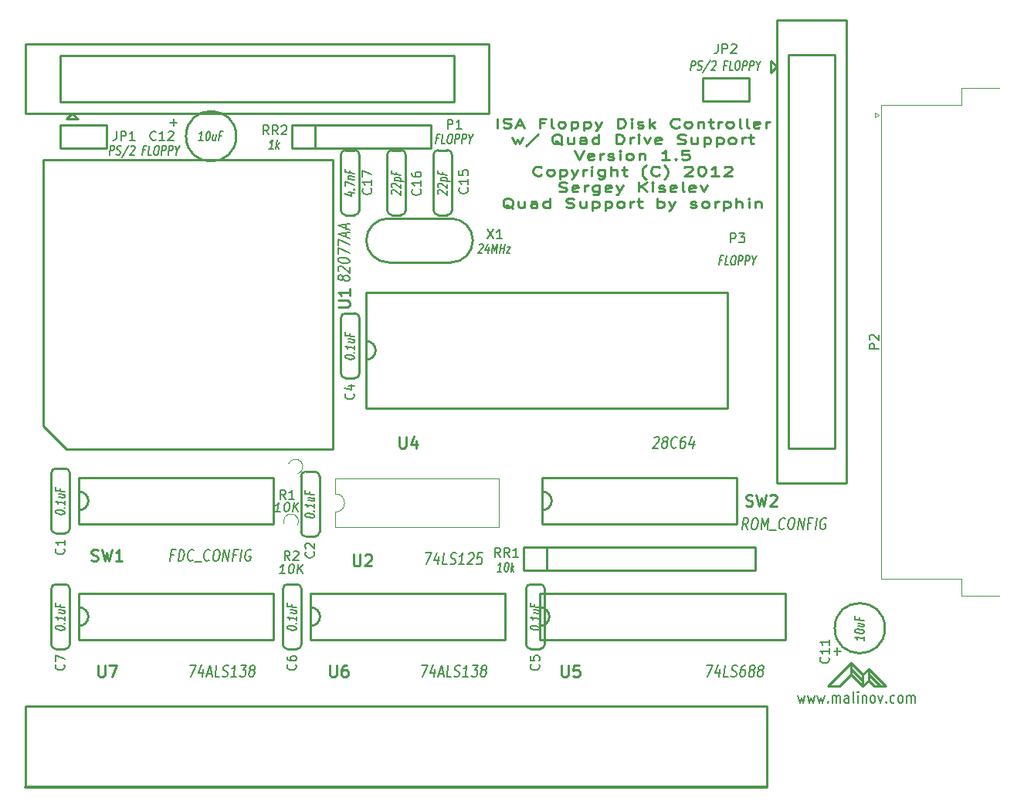
<source format=gto>
%TF.GenerationSoftware,KiCad,Pcbnew,(5.1.6-0)*%
%TF.CreationDate,2020-08-02T10:50:01-05:00*%
%TF.ProjectId,isa_fdc.kicad_DB37_pcb,6973615f-6664-4632-9e6b-696361645f44,rev?*%
%TF.SameCoordinates,Original*%
%TF.FileFunction,Legend,Top*%
%TF.FilePolarity,Positive*%
%FSLAX46Y46*%
G04 Gerber Fmt 4.6, Leading zero omitted, Abs format (unit mm)*
G04 Created by KiCad (PCBNEW (5.1.6-0)) date 2020-08-02 10:50:01*
%MOMM*%
%LPD*%
G01*
G04 APERTURE LIST*
%ADD10C,0.203200*%
%ADD11C,0.250000*%
%ADD12C,0.254000*%
%ADD13C,0.120000*%
%ADD14C,0.304800*%
%ADD15C,0.150000*%
%ADD16C,0.152400*%
G04 APERTURE END LIST*
D10*
X186263642Y-124187857D02*
X186457166Y-125034523D01*
X186650690Y-124429761D01*
X186844214Y-125034523D01*
X187037738Y-124187857D01*
X187328023Y-124187857D02*
X187521547Y-125034523D01*
X187715071Y-124429761D01*
X187908595Y-125034523D01*
X188102119Y-124187857D01*
X188392404Y-124187857D02*
X188585928Y-125034523D01*
X188779452Y-124429761D01*
X188972976Y-125034523D01*
X189166500Y-124187857D01*
X189553547Y-124913571D02*
X189601928Y-124974047D01*
X189553547Y-125034523D01*
X189505166Y-124974047D01*
X189553547Y-124913571D01*
X189553547Y-125034523D01*
X190037357Y-125034523D02*
X190037357Y-124187857D01*
X190037357Y-124308809D02*
X190085738Y-124248333D01*
X190182500Y-124187857D01*
X190327642Y-124187857D01*
X190424404Y-124248333D01*
X190472785Y-124369285D01*
X190472785Y-125034523D01*
X190472785Y-124369285D02*
X190521166Y-124248333D01*
X190617928Y-124187857D01*
X190763071Y-124187857D01*
X190859833Y-124248333D01*
X190908214Y-124369285D01*
X190908214Y-125034523D01*
X191827452Y-125034523D02*
X191827452Y-124369285D01*
X191779071Y-124248333D01*
X191682309Y-124187857D01*
X191488785Y-124187857D01*
X191392023Y-124248333D01*
X191827452Y-124974047D02*
X191730690Y-125034523D01*
X191488785Y-125034523D01*
X191392023Y-124974047D01*
X191343642Y-124853095D01*
X191343642Y-124732142D01*
X191392023Y-124611190D01*
X191488785Y-124550714D01*
X191730690Y-124550714D01*
X191827452Y-124490238D01*
X192456404Y-125034523D02*
X192359642Y-124974047D01*
X192311261Y-124853095D01*
X192311261Y-123764523D01*
X192843452Y-125034523D02*
X192843452Y-124187857D01*
X192843452Y-123764523D02*
X192795071Y-123825000D01*
X192843452Y-123885476D01*
X192891833Y-123825000D01*
X192843452Y-123764523D01*
X192843452Y-123885476D01*
X193327261Y-124187857D02*
X193327261Y-125034523D01*
X193327261Y-124308809D02*
X193375642Y-124248333D01*
X193472404Y-124187857D01*
X193617547Y-124187857D01*
X193714309Y-124248333D01*
X193762690Y-124369285D01*
X193762690Y-125034523D01*
X194391642Y-125034523D02*
X194294880Y-124974047D01*
X194246500Y-124913571D01*
X194198119Y-124792619D01*
X194198119Y-124429761D01*
X194246500Y-124308809D01*
X194294880Y-124248333D01*
X194391642Y-124187857D01*
X194536785Y-124187857D01*
X194633547Y-124248333D01*
X194681928Y-124308809D01*
X194730309Y-124429761D01*
X194730309Y-124792619D01*
X194681928Y-124913571D01*
X194633547Y-124974047D01*
X194536785Y-125034523D01*
X194391642Y-125034523D01*
X195068976Y-124187857D02*
X195310880Y-125034523D01*
X195552785Y-124187857D01*
X195939833Y-124913571D02*
X195988214Y-124974047D01*
X195939833Y-125034523D01*
X195891452Y-124974047D01*
X195939833Y-124913571D01*
X195939833Y-125034523D01*
X196859071Y-124974047D02*
X196762309Y-125034523D01*
X196568785Y-125034523D01*
X196472023Y-124974047D01*
X196423642Y-124913571D01*
X196375261Y-124792619D01*
X196375261Y-124429761D01*
X196423642Y-124308809D01*
X196472023Y-124248333D01*
X196568785Y-124187857D01*
X196762309Y-124187857D01*
X196859071Y-124248333D01*
X197439642Y-125034523D02*
X197342880Y-124974047D01*
X197294500Y-124913571D01*
X197246119Y-124792619D01*
X197246119Y-124429761D01*
X197294500Y-124308809D01*
X197342880Y-124248333D01*
X197439642Y-124187857D01*
X197584785Y-124187857D01*
X197681547Y-124248333D01*
X197729928Y-124308809D01*
X197778309Y-124429761D01*
X197778309Y-124792619D01*
X197729928Y-124913571D01*
X197681547Y-124974047D01*
X197584785Y-125034523D01*
X197439642Y-125034523D01*
X198213738Y-125034523D02*
X198213738Y-124187857D01*
X198213738Y-124308809D02*
X198262119Y-124248333D01*
X198358880Y-124187857D01*
X198504023Y-124187857D01*
X198600785Y-124248333D01*
X198649166Y-124369285D01*
X198649166Y-125034523D01*
X198649166Y-124369285D02*
X198697547Y-124248333D01*
X198794309Y-124187857D01*
X198939452Y-124187857D01*
X199036214Y-124248333D01*
X199084595Y-124369285D01*
X199084595Y-125034523D01*
D11*
X153289142Y-61937380D02*
X153289142Y-60937380D01*
X153942285Y-61889761D02*
X154160000Y-61937380D01*
X154522857Y-61937380D01*
X154668000Y-61889761D01*
X154740571Y-61842142D01*
X154813142Y-61746904D01*
X154813142Y-61651666D01*
X154740571Y-61556428D01*
X154668000Y-61508809D01*
X154522857Y-61461190D01*
X154232571Y-61413571D01*
X154087428Y-61365952D01*
X154014857Y-61318333D01*
X153942285Y-61223095D01*
X153942285Y-61127857D01*
X154014857Y-61032619D01*
X154087428Y-60985000D01*
X154232571Y-60937380D01*
X154595428Y-60937380D01*
X154813142Y-60985000D01*
X155393714Y-61651666D02*
X156119428Y-61651666D01*
X155248571Y-61937380D02*
X155756571Y-60937380D01*
X156264571Y-61937380D01*
X158441714Y-61413571D02*
X157933714Y-61413571D01*
X157933714Y-61937380D02*
X157933714Y-60937380D01*
X158659428Y-60937380D01*
X159457714Y-61937380D02*
X159312571Y-61889761D01*
X159240000Y-61794523D01*
X159240000Y-60937380D01*
X160256000Y-61937380D02*
X160110857Y-61889761D01*
X160038285Y-61842142D01*
X159965714Y-61746904D01*
X159965714Y-61461190D01*
X160038285Y-61365952D01*
X160110857Y-61318333D01*
X160256000Y-61270714D01*
X160473714Y-61270714D01*
X160618857Y-61318333D01*
X160691428Y-61365952D01*
X160764000Y-61461190D01*
X160764000Y-61746904D01*
X160691428Y-61842142D01*
X160618857Y-61889761D01*
X160473714Y-61937380D01*
X160256000Y-61937380D01*
X161417142Y-61270714D02*
X161417142Y-62270714D01*
X161417142Y-61318333D02*
X161562285Y-61270714D01*
X161852571Y-61270714D01*
X161997714Y-61318333D01*
X162070285Y-61365952D01*
X162142857Y-61461190D01*
X162142857Y-61746904D01*
X162070285Y-61842142D01*
X161997714Y-61889761D01*
X161852571Y-61937380D01*
X161562285Y-61937380D01*
X161417142Y-61889761D01*
X162796000Y-61270714D02*
X162796000Y-62270714D01*
X162796000Y-61318333D02*
X162941142Y-61270714D01*
X163231428Y-61270714D01*
X163376571Y-61318333D01*
X163449142Y-61365952D01*
X163521714Y-61461190D01*
X163521714Y-61746904D01*
X163449142Y-61842142D01*
X163376571Y-61889761D01*
X163231428Y-61937380D01*
X162941142Y-61937380D01*
X162796000Y-61889761D01*
X164029714Y-61270714D02*
X164392571Y-61937380D01*
X164755428Y-61270714D02*
X164392571Y-61937380D01*
X164247428Y-62175476D01*
X164174857Y-62223095D01*
X164029714Y-62270714D01*
X166497142Y-61937380D02*
X166497142Y-60937380D01*
X166860000Y-60937380D01*
X167077714Y-60985000D01*
X167222857Y-61080238D01*
X167295428Y-61175476D01*
X167368000Y-61365952D01*
X167368000Y-61508809D01*
X167295428Y-61699285D01*
X167222857Y-61794523D01*
X167077714Y-61889761D01*
X166860000Y-61937380D01*
X166497142Y-61937380D01*
X168021142Y-61937380D02*
X168021142Y-61270714D01*
X168021142Y-60937380D02*
X167948571Y-60985000D01*
X168021142Y-61032619D01*
X168093714Y-60985000D01*
X168021142Y-60937380D01*
X168021142Y-61032619D01*
X168674285Y-61889761D02*
X168819428Y-61937380D01*
X169109714Y-61937380D01*
X169254857Y-61889761D01*
X169327428Y-61794523D01*
X169327428Y-61746904D01*
X169254857Y-61651666D01*
X169109714Y-61604047D01*
X168892000Y-61604047D01*
X168746857Y-61556428D01*
X168674285Y-61461190D01*
X168674285Y-61413571D01*
X168746857Y-61318333D01*
X168892000Y-61270714D01*
X169109714Y-61270714D01*
X169254857Y-61318333D01*
X169980571Y-61937380D02*
X169980571Y-60937380D01*
X170125714Y-61556428D02*
X170561142Y-61937380D01*
X170561142Y-61270714D02*
X169980571Y-61651666D01*
X173246285Y-61842142D02*
X173173714Y-61889761D01*
X172956000Y-61937380D01*
X172810857Y-61937380D01*
X172593142Y-61889761D01*
X172448000Y-61794523D01*
X172375428Y-61699285D01*
X172302857Y-61508809D01*
X172302857Y-61365952D01*
X172375428Y-61175476D01*
X172448000Y-61080238D01*
X172593142Y-60985000D01*
X172810857Y-60937380D01*
X172956000Y-60937380D01*
X173173714Y-60985000D01*
X173246285Y-61032619D01*
X174117142Y-61937380D02*
X173972000Y-61889761D01*
X173899428Y-61842142D01*
X173826857Y-61746904D01*
X173826857Y-61461190D01*
X173899428Y-61365952D01*
X173972000Y-61318333D01*
X174117142Y-61270714D01*
X174334857Y-61270714D01*
X174480000Y-61318333D01*
X174552571Y-61365952D01*
X174625142Y-61461190D01*
X174625142Y-61746904D01*
X174552571Y-61842142D01*
X174480000Y-61889761D01*
X174334857Y-61937380D01*
X174117142Y-61937380D01*
X175278285Y-61270714D02*
X175278285Y-61937380D01*
X175278285Y-61365952D02*
X175350857Y-61318333D01*
X175496000Y-61270714D01*
X175713714Y-61270714D01*
X175858857Y-61318333D01*
X175931428Y-61413571D01*
X175931428Y-61937380D01*
X176439428Y-61270714D02*
X177020000Y-61270714D01*
X176657142Y-60937380D02*
X176657142Y-61794523D01*
X176729714Y-61889761D01*
X176874857Y-61937380D01*
X177020000Y-61937380D01*
X177528000Y-61937380D02*
X177528000Y-61270714D01*
X177528000Y-61461190D02*
X177600571Y-61365952D01*
X177673142Y-61318333D01*
X177818285Y-61270714D01*
X177963428Y-61270714D01*
X178689142Y-61937380D02*
X178544000Y-61889761D01*
X178471428Y-61842142D01*
X178398857Y-61746904D01*
X178398857Y-61461190D01*
X178471428Y-61365952D01*
X178544000Y-61318333D01*
X178689142Y-61270714D01*
X178906857Y-61270714D01*
X179052000Y-61318333D01*
X179124571Y-61365952D01*
X179197142Y-61461190D01*
X179197142Y-61746904D01*
X179124571Y-61842142D01*
X179052000Y-61889761D01*
X178906857Y-61937380D01*
X178689142Y-61937380D01*
X180068000Y-61937380D02*
X179922857Y-61889761D01*
X179850285Y-61794523D01*
X179850285Y-60937380D01*
X180866285Y-61937380D02*
X180721142Y-61889761D01*
X180648571Y-61794523D01*
X180648571Y-60937380D01*
X182027428Y-61889761D02*
X181882285Y-61937380D01*
X181591999Y-61937380D01*
X181446857Y-61889761D01*
X181374285Y-61794523D01*
X181374285Y-61413571D01*
X181446857Y-61318333D01*
X181591999Y-61270714D01*
X181882285Y-61270714D01*
X182027428Y-61318333D01*
X182099999Y-61413571D01*
X182099999Y-61508809D01*
X181374285Y-61604047D01*
X182753142Y-61937380D02*
X182753142Y-61270714D01*
X182753142Y-61461190D02*
X182825714Y-61365952D01*
X182898285Y-61318333D01*
X183043428Y-61270714D01*
X183188571Y-61270714D01*
X154922000Y-63020714D02*
X155212285Y-63687380D01*
X155502571Y-63211190D01*
X155792857Y-63687380D01*
X156083142Y-63020714D01*
X157752285Y-62639761D02*
X156446000Y-63925476D01*
X160437428Y-63782619D02*
X160292285Y-63735000D01*
X160147142Y-63639761D01*
X159929428Y-63496904D01*
X159784285Y-63449285D01*
X159639142Y-63449285D01*
X159711714Y-63687380D02*
X159566571Y-63639761D01*
X159421428Y-63544523D01*
X159348857Y-63354047D01*
X159348857Y-63020714D01*
X159421428Y-62830238D01*
X159566571Y-62735000D01*
X159711714Y-62687380D01*
X160002000Y-62687380D01*
X160147142Y-62735000D01*
X160292285Y-62830238D01*
X160364857Y-63020714D01*
X160364857Y-63354047D01*
X160292285Y-63544523D01*
X160147142Y-63639761D01*
X160002000Y-63687380D01*
X159711714Y-63687380D01*
X161671142Y-63020714D02*
X161671142Y-63687380D01*
X161018000Y-63020714D02*
X161018000Y-63544523D01*
X161090571Y-63639761D01*
X161235714Y-63687380D01*
X161453428Y-63687380D01*
X161598571Y-63639761D01*
X161671142Y-63592142D01*
X163050000Y-63687380D02*
X163050000Y-63163571D01*
X162977428Y-63068333D01*
X162832285Y-63020714D01*
X162542000Y-63020714D01*
X162396857Y-63068333D01*
X163050000Y-63639761D02*
X162904857Y-63687380D01*
X162542000Y-63687380D01*
X162396857Y-63639761D01*
X162324285Y-63544523D01*
X162324285Y-63449285D01*
X162396857Y-63354047D01*
X162542000Y-63306428D01*
X162904857Y-63306428D01*
X163050000Y-63258809D01*
X164428857Y-63687380D02*
X164428857Y-62687380D01*
X164428857Y-63639761D02*
X164283714Y-63687380D01*
X163993428Y-63687380D01*
X163848285Y-63639761D01*
X163775714Y-63592142D01*
X163703142Y-63496904D01*
X163703142Y-63211190D01*
X163775714Y-63115952D01*
X163848285Y-63068333D01*
X163993428Y-63020714D01*
X164283714Y-63020714D01*
X164428857Y-63068333D01*
X166315714Y-63687380D02*
X166315714Y-62687380D01*
X166678571Y-62687380D01*
X166896285Y-62735000D01*
X167041428Y-62830238D01*
X167114000Y-62925476D01*
X167186571Y-63115952D01*
X167186571Y-63258809D01*
X167114000Y-63449285D01*
X167041428Y-63544523D01*
X166896285Y-63639761D01*
X166678571Y-63687380D01*
X166315714Y-63687380D01*
X167839714Y-63687380D02*
X167839714Y-63020714D01*
X167839714Y-63211190D02*
X167912285Y-63115952D01*
X167984857Y-63068333D01*
X168130000Y-63020714D01*
X168275142Y-63020714D01*
X168783142Y-63687380D02*
X168783142Y-63020714D01*
X168783142Y-62687380D02*
X168710571Y-62735000D01*
X168783142Y-62782619D01*
X168855714Y-62735000D01*
X168783142Y-62687380D01*
X168783142Y-62782619D01*
X169363714Y-63020714D02*
X169726571Y-63687380D01*
X170089428Y-63020714D01*
X171250571Y-63639761D02*
X171105428Y-63687380D01*
X170815142Y-63687380D01*
X170670000Y-63639761D01*
X170597428Y-63544523D01*
X170597428Y-63163571D01*
X170670000Y-63068333D01*
X170815142Y-63020714D01*
X171105428Y-63020714D01*
X171250571Y-63068333D01*
X171323142Y-63163571D01*
X171323142Y-63258809D01*
X170597428Y-63354047D01*
X173064857Y-63639761D02*
X173282571Y-63687380D01*
X173645428Y-63687380D01*
X173790571Y-63639761D01*
X173863142Y-63592142D01*
X173935714Y-63496904D01*
X173935714Y-63401666D01*
X173863142Y-63306428D01*
X173790571Y-63258809D01*
X173645428Y-63211190D01*
X173355142Y-63163571D01*
X173210000Y-63115952D01*
X173137428Y-63068333D01*
X173064857Y-62973095D01*
X173064857Y-62877857D01*
X173137428Y-62782619D01*
X173210000Y-62735000D01*
X173355142Y-62687380D01*
X173718000Y-62687380D01*
X173935714Y-62735000D01*
X175242000Y-63020714D02*
X175242000Y-63687380D01*
X174588857Y-63020714D02*
X174588857Y-63544523D01*
X174661428Y-63639761D01*
X174806571Y-63687380D01*
X175024285Y-63687380D01*
X175169428Y-63639761D01*
X175242000Y-63592142D01*
X175967714Y-63020714D02*
X175967714Y-64020714D01*
X175967714Y-63068333D02*
X176112857Y-63020714D01*
X176403142Y-63020714D01*
X176548285Y-63068333D01*
X176620857Y-63115952D01*
X176693428Y-63211190D01*
X176693428Y-63496904D01*
X176620857Y-63592142D01*
X176548285Y-63639761D01*
X176403142Y-63687380D01*
X176112857Y-63687380D01*
X175967714Y-63639761D01*
X177346571Y-63020714D02*
X177346571Y-64020714D01*
X177346571Y-63068333D02*
X177491714Y-63020714D01*
X177781999Y-63020714D01*
X177927142Y-63068333D01*
X177999714Y-63115952D01*
X178072285Y-63211190D01*
X178072285Y-63496904D01*
X177999714Y-63592142D01*
X177927142Y-63639761D01*
X177781999Y-63687380D01*
X177491714Y-63687380D01*
X177346571Y-63639761D01*
X178943142Y-63687380D02*
X178797999Y-63639761D01*
X178725428Y-63592142D01*
X178652857Y-63496904D01*
X178652857Y-63211190D01*
X178725428Y-63115952D01*
X178797999Y-63068333D01*
X178943142Y-63020714D01*
X179160857Y-63020714D01*
X179305999Y-63068333D01*
X179378571Y-63115952D01*
X179451142Y-63211190D01*
X179451142Y-63496904D01*
X179378571Y-63592142D01*
X179305999Y-63639761D01*
X179160857Y-63687380D01*
X178943142Y-63687380D01*
X180104285Y-63687380D02*
X180104285Y-63020714D01*
X180104285Y-63211190D02*
X180176857Y-63115952D01*
X180249428Y-63068333D01*
X180394571Y-63020714D01*
X180539714Y-63020714D01*
X180829999Y-63020714D02*
X181410571Y-63020714D01*
X181047714Y-62687380D02*
X181047714Y-63544523D01*
X181120285Y-63639761D01*
X181265428Y-63687380D01*
X181410571Y-63687380D01*
X161743714Y-64437380D02*
X162251714Y-65437380D01*
X162759714Y-64437380D01*
X163848285Y-65389761D02*
X163703142Y-65437380D01*
X163412857Y-65437380D01*
X163267714Y-65389761D01*
X163195142Y-65294523D01*
X163195142Y-64913571D01*
X163267714Y-64818333D01*
X163412857Y-64770714D01*
X163703142Y-64770714D01*
X163848285Y-64818333D01*
X163920857Y-64913571D01*
X163920857Y-65008809D01*
X163195142Y-65104047D01*
X164574000Y-65437380D02*
X164574000Y-64770714D01*
X164574000Y-64961190D02*
X164646571Y-64865952D01*
X164719142Y-64818333D01*
X164864285Y-64770714D01*
X165009428Y-64770714D01*
X165444857Y-65389761D02*
X165590000Y-65437380D01*
X165880285Y-65437380D01*
X166025428Y-65389761D01*
X166098000Y-65294523D01*
X166098000Y-65246904D01*
X166025428Y-65151666D01*
X165880285Y-65104047D01*
X165662571Y-65104047D01*
X165517428Y-65056428D01*
X165444857Y-64961190D01*
X165444857Y-64913571D01*
X165517428Y-64818333D01*
X165662571Y-64770714D01*
X165880285Y-64770714D01*
X166025428Y-64818333D01*
X166751142Y-65437380D02*
X166751142Y-64770714D01*
X166751142Y-64437380D02*
X166678571Y-64485000D01*
X166751142Y-64532619D01*
X166823714Y-64485000D01*
X166751142Y-64437380D01*
X166751142Y-64532619D01*
X167694571Y-65437380D02*
X167549428Y-65389761D01*
X167476857Y-65342142D01*
X167404285Y-65246904D01*
X167404285Y-64961190D01*
X167476857Y-64865952D01*
X167549428Y-64818333D01*
X167694571Y-64770714D01*
X167912285Y-64770714D01*
X168057428Y-64818333D01*
X168130000Y-64865952D01*
X168202571Y-64961190D01*
X168202571Y-65246904D01*
X168130000Y-65342142D01*
X168057428Y-65389761D01*
X167912285Y-65437380D01*
X167694571Y-65437380D01*
X168855714Y-64770714D02*
X168855714Y-65437380D01*
X168855714Y-64865952D02*
X168928285Y-64818333D01*
X169073428Y-64770714D01*
X169291142Y-64770714D01*
X169436285Y-64818333D01*
X169508857Y-64913571D01*
X169508857Y-65437380D01*
X172194000Y-65437380D02*
X171323142Y-65437380D01*
X171758571Y-65437380D02*
X171758571Y-64437380D01*
X171613428Y-64580238D01*
X171468285Y-64675476D01*
X171323142Y-64723095D01*
X172847142Y-65342142D02*
X172919714Y-65389761D01*
X172847142Y-65437380D01*
X172774571Y-65389761D01*
X172847142Y-65342142D01*
X172847142Y-65437380D01*
X174298571Y-64437380D02*
X173572857Y-64437380D01*
X173500285Y-64913571D01*
X173572857Y-64865952D01*
X173718000Y-64818333D01*
X174080857Y-64818333D01*
X174226000Y-64865952D01*
X174298571Y-64913571D01*
X174371142Y-65008809D01*
X174371142Y-65246904D01*
X174298571Y-65342142D01*
X174226000Y-65389761D01*
X174080857Y-65437380D01*
X173718000Y-65437380D01*
X173572857Y-65389761D01*
X173500285Y-65342142D01*
X158151428Y-67092142D02*
X158078857Y-67139761D01*
X157861142Y-67187380D01*
X157716000Y-67187380D01*
X157498285Y-67139761D01*
X157353142Y-67044523D01*
X157280571Y-66949285D01*
X157208000Y-66758809D01*
X157208000Y-66615952D01*
X157280571Y-66425476D01*
X157353142Y-66330238D01*
X157498285Y-66235000D01*
X157716000Y-66187380D01*
X157861142Y-66187380D01*
X158078857Y-66235000D01*
X158151428Y-66282619D01*
X159022285Y-67187380D02*
X158877142Y-67139761D01*
X158804571Y-67092142D01*
X158732000Y-66996904D01*
X158732000Y-66711190D01*
X158804571Y-66615952D01*
X158877142Y-66568333D01*
X159022285Y-66520714D01*
X159240000Y-66520714D01*
X159385142Y-66568333D01*
X159457714Y-66615952D01*
X159530285Y-66711190D01*
X159530285Y-66996904D01*
X159457714Y-67092142D01*
X159385142Y-67139761D01*
X159240000Y-67187380D01*
X159022285Y-67187380D01*
X160183428Y-66520714D02*
X160183428Y-67520714D01*
X160183428Y-66568333D02*
X160328571Y-66520714D01*
X160618857Y-66520714D01*
X160764000Y-66568333D01*
X160836571Y-66615952D01*
X160909142Y-66711190D01*
X160909142Y-66996904D01*
X160836571Y-67092142D01*
X160764000Y-67139761D01*
X160618857Y-67187380D01*
X160328571Y-67187380D01*
X160183428Y-67139761D01*
X161417142Y-66520714D02*
X161780000Y-67187380D01*
X162142857Y-66520714D02*
X161780000Y-67187380D01*
X161634857Y-67425476D01*
X161562285Y-67473095D01*
X161417142Y-67520714D01*
X162723428Y-67187380D02*
X162723428Y-66520714D01*
X162723428Y-66711190D02*
X162796000Y-66615952D01*
X162868571Y-66568333D01*
X163013714Y-66520714D01*
X163158857Y-66520714D01*
X163666857Y-67187380D02*
X163666857Y-66520714D01*
X163666857Y-66187380D02*
X163594285Y-66235000D01*
X163666857Y-66282619D01*
X163739428Y-66235000D01*
X163666857Y-66187380D01*
X163666857Y-66282619D01*
X165045714Y-66520714D02*
X165045714Y-67330238D01*
X164973142Y-67425476D01*
X164900571Y-67473095D01*
X164755428Y-67520714D01*
X164537714Y-67520714D01*
X164392571Y-67473095D01*
X165045714Y-67139761D02*
X164900571Y-67187380D01*
X164610285Y-67187380D01*
X164465142Y-67139761D01*
X164392571Y-67092142D01*
X164320000Y-66996904D01*
X164320000Y-66711190D01*
X164392571Y-66615952D01*
X164465142Y-66568333D01*
X164610285Y-66520714D01*
X164900571Y-66520714D01*
X165045714Y-66568333D01*
X165771428Y-67187380D02*
X165771428Y-66187380D01*
X166424571Y-67187380D02*
X166424571Y-66663571D01*
X166352000Y-66568333D01*
X166206857Y-66520714D01*
X165989142Y-66520714D01*
X165844000Y-66568333D01*
X165771428Y-66615952D01*
X166932571Y-66520714D02*
X167513142Y-66520714D01*
X167150285Y-66187380D02*
X167150285Y-67044523D01*
X167222857Y-67139761D01*
X167368000Y-67187380D01*
X167513142Y-67187380D01*
X169617714Y-67568333D02*
X169545142Y-67520714D01*
X169400000Y-67377857D01*
X169327428Y-67282619D01*
X169254857Y-67139761D01*
X169182285Y-66901666D01*
X169182285Y-66711190D01*
X169254857Y-66473095D01*
X169327428Y-66330238D01*
X169400000Y-66235000D01*
X169545142Y-66092142D01*
X169617714Y-66044523D01*
X171069142Y-67092142D02*
X170996571Y-67139761D01*
X170778857Y-67187380D01*
X170633714Y-67187380D01*
X170416000Y-67139761D01*
X170270857Y-67044523D01*
X170198285Y-66949285D01*
X170125714Y-66758809D01*
X170125714Y-66615952D01*
X170198285Y-66425476D01*
X170270857Y-66330238D01*
X170416000Y-66235000D01*
X170633714Y-66187380D01*
X170778857Y-66187380D01*
X170996571Y-66235000D01*
X171069142Y-66282619D01*
X171577142Y-67568333D02*
X171649714Y-67520714D01*
X171794857Y-67377857D01*
X171867428Y-67282619D01*
X171940000Y-67139761D01*
X172012571Y-66901666D01*
X172012571Y-66711190D01*
X171940000Y-66473095D01*
X171867428Y-66330238D01*
X171794857Y-66235000D01*
X171649714Y-66092142D01*
X171577142Y-66044523D01*
X173826857Y-66282619D02*
X173899428Y-66235000D01*
X174044571Y-66187380D01*
X174407428Y-66187380D01*
X174552571Y-66235000D01*
X174625142Y-66282619D01*
X174697714Y-66377857D01*
X174697714Y-66473095D01*
X174625142Y-66615952D01*
X173754285Y-67187380D01*
X174697714Y-67187380D01*
X175641142Y-66187380D02*
X175786285Y-66187380D01*
X175931428Y-66235000D01*
X176004000Y-66282619D01*
X176076571Y-66377857D01*
X176149142Y-66568333D01*
X176149142Y-66806428D01*
X176076571Y-66996904D01*
X176004000Y-67092142D01*
X175931428Y-67139761D01*
X175786285Y-67187380D01*
X175641142Y-67187380D01*
X175496000Y-67139761D01*
X175423428Y-67092142D01*
X175350857Y-66996904D01*
X175278285Y-66806428D01*
X175278285Y-66568333D01*
X175350857Y-66377857D01*
X175423428Y-66282619D01*
X175496000Y-66235000D01*
X175641142Y-66187380D01*
X177600571Y-67187380D02*
X176729714Y-67187380D01*
X177165142Y-67187380D02*
X177165142Y-66187380D01*
X177020000Y-66330238D01*
X176874857Y-66425476D01*
X176729714Y-66473095D01*
X178181142Y-66282619D02*
X178253714Y-66235000D01*
X178398857Y-66187380D01*
X178761714Y-66187380D01*
X178906857Y-66235000D01*
X178979428Y-66282619D01*
X179052000Y-66377857D01*
X179052000Y-66473095D01*
X178979428Y-66615952D01*
X178108571Y-67187380D01*
X179052000Y-67187380D01*
X160038285Y-68889761D02*
X160256000Y-68937380D01*
X160618857Y-68937380D01*
X160764000Y-68889761D01*
X160836571Y-68842142D01*
X160909142Y-68746904D01*
X160909142Y-68651666D01*
X160836571Y-68556428D01*
X160764000Y-68508809D01*
X160618857Y-68461190D01*
X160328571Y-68413571D01*
X160183428Y-68365952D01*
X160110857Y-68318333D01*
X160038285Y-68223095D01*
X160038285Y-68127857D01*
X160110857Y-68032619D01*
X160183428Y-67985000D01*
X160328571Y-67937380D01*
X160691428Y-67937380D01*
X160909142Y-67985000D01*
X162142857Y-68889761D02*
X161997714Y-68937380D01*
X161707428Y-68937380D01*
X161562285Y-68889761D01*
X161489714Y-68794523D01*
X161489714Y-68413571D01*
X161562285Y-68318333D01*
X161707428Y-68270714D01*
X161997714Y-68270714D01*
X162142857Y-68318333D01*
X162215428Y-68413571D01*
X162215428Y-68508809D01*
X161489714Y-68604047D01*
X162868571Y-68937380D02*
X162868571Y-68270714D01*
X162868571Y-68461190D02*
X162941142Y-68365952D01*
X163013714Y-68318333D01*
X163158857Y-68270714D01*
X163304000Y-68270714D01*
X164465142Y-68270714D02*
X164465142Y-69080238D01*
X164392571Y-69175476D01*
X164320000Y-69223095D01*
X164174857Y-69270714D01*
X163957142Y-69270714D01*
X163812000Y-69223095D01*
X164465142Y-68889761D02*
X164320000Y-68937380D01*
X164029714Y-68937380D01*
X163884571Y-68889761D01*
X163812000Y-68842142D01*
X163739428Y-68746904D01*
X163739428Y-68461190D01*
X163812000Y-68365952D01*
X163884571Y-68318333D01*
X164029714Y-68270714D01*
X164320000Y-68270714D01*
X164465142Y-68318333D01*
X165771428Y-68889761D02*
X165626285Y-68937380D01*
X165336000Y-68937380D01*
X165190857Y-68889761D01*
X165118285Y-68794523D01*
X165118285Y-68413571D01*
X165190857Y-68318333D01*
X165336000Y-68270714D01*
X165626285Y-68270714D01*
X165771428Y-68318333D01*
X165844000Y-68413571D01*
X165844000Y-68508809D01*
X165118285Y-68604047D01*
X166352000Y-68270714D02*
X166714857Y-68937380D01*
X167077714Y-68270714D02*
X166714857Y-68937380D01*
X166569714Y-69175476D01*
X166497142Y-69223095D01*
X166352000Y-69270714D01*
X168819428Y-68937380D02*
X168819428Y-67937380D01*
X169690285Y-68937380D02*
X169037142Y-68365952D01*
X169690285Y-67937380D02*
X168819428Y-68508809D01*
X170343428Y-68937380D02*
X170343428Y-68270714D01*
X170343428Y-67937380D02*
X170270857Y-67985000D01*
X170343428Y-68032619D01*
X170416000Y-67985000D01*
X170343428Y-67937380D01*
X170343428Y-68032619D01*
X170996571Y-68889761D02*
X171141714Y-68937380D01*
X171432000Y-68937380D01*
X171577142Y-68889761D01*
X171649714Y-68794523D01*
X171649714Y-68746904D01*
X171577142Y-68651666D01*
X171432000Y-68604047D01*
X171214285Y-68604047D01*
X171069142Y-68556428D01*
X170996571Y-68461190D01*
X170996571Y-68413571D01*
X171069142Y-68318333D01*
X171214285Y-68270714D01*
X171432000Y-68270714D01*
X171577142Y-68318333D01*
X172883428Y-68889761D02*
X172738285Y-68937380D01*
X172448000Y-68937380D01*
X172302857Y-68889761D01*
X172230285Y-68794523D01*
X172230285Y-68413571D01*
X172302857Y-68318333D01*
X172448000Y-68270714D01*
X172738285Y-68270714D01*
X172883428Y-68318333D01*
X172956000Y-68413571D01*
X172956000Y-68508809D01*
X172230285Y-68604047D01*
X173826857Y-68937380D02*
X173681714Y-68889761D01*
X173609142Y-68794523D01*
X173609142Y-67937380D01*
X174988000Y-68889761D02*
X174842857Y-68937380D01*
X174552571Y-68937380D01*
X174407428Y-68889761D01*
X174334857Y-68794523D01*
X174334857Y-68413571D01*
X174407428Y-68318333D01*
X174552571Y-68270714D01*
X174842857Y-68270714D01*
X174988000Y-68318333D01*
X175060571Y-68413571D01*
X175060571Y-68508809D01*
X174334857Y-68604047D01*
X175568571Y-68270714D02*
X175931428Y-68937380D01*
X176294285Y-68270714D01*
X155030857Y-70782619D02*
X154885714Y-70735000D01*
X154740571Y-70639761D01*
X154522857Y-70496904D01*
X154377714Y-70449285D01*
X154232571Y-70449285D01*
X154305142Y-70687380D02*
X154160000Y-70639761D01*
X154014857Y-70544523D01*
X153942285Y-70354047D01*
X153942285Y-70020714D01*
X154014857Y-69830238D01*
X154160000Y-69735000D01*
X154305142Y-69687380D01*
X154595428Y-69687380D01*
X154740571Y-69735000D01*
X154885714Y-69830238D01*
X154958285Y-70020714D01*
X154958285Y-70354047D01*
X154885714Y-70544523D01*
X154740571Y-70639761D01*
X154595428Y-70687380D01*
X154305142Y-70687380D01*
X156264571Y-70020714D02*
X156264571Y-70687380D01*
X155611428Y-70020714D02*
X155611428Y-70544523D01*
X155684000Y-70639761D01*
X155829142Y-70687380D01*
X156046857Y-70687380D01*
X156192000Y-70639761D01*
X156264571Y-70592142D01*
X157643428Y-70687380D02*
X157643428Y-70163571D01*
X157570857Y-70068333D01*
X157425714Y-70020714D01*
X157135428Y-70020714D01*
X156990285Y-70068333D01*
X157643428Y-70639761D02*
X157498285Y-70687380D01*
X157135428Y-70687380D01*
X156990285Y-70639761D01*
X156917714Y-70544523D01*
X156917714Y-70449285D01*
X156990285Y-70354047D01*
X157135428Y-70306428D01*
X157498285Y-70306428D01*
X157643428Y-70258809D01*
X159022285Y-70687380D02*
X159022285Y-69687380D01*
X159022285Y-70639761D02*
X158877142Y-70687380D01*
X158586857Y-70687380D01*
X158441714Y-70639761D01*
X158369142Y-70592142D01*
X158296571Y-70496904D01*
X158296571Y-70211190D01*
X158369142Y-70115952D01*
X158441714Y-70068333D01*
X158586857Y-70020714D01*
X158877142Y-70020714D01*
X159022285Y-70068333D01*
X160836571Y-70639761D02*
X161054285Y-70687380D01*
X161417142Y-70687380D01*
X161562285Y-70639761D01*
X161634857Y-70592142D01*
X161707428Y-70496904D01*
X161707428Y-70401666D01*
X161634857Y-70306428D01*
X161562285Y-70258809D01*
X161417142Y-70211190D01*
X161126857Y-70163571D01*
X160981714Y-70115952D01*
X160909142Y-70068333D01*
X160836571Y-69973095D01*
X160836571Y-69877857D01*
X160909142Y-69782619D01*
X160981714Y-69735000D01*
X161126857Y-69687380D01*
X161489714Y-69687380D01*
X161707428Y-69735000D01*
X163013714Y-70020714D02*
X163013714Y-70687380D01*
X162360571Y-70020714D02*
X162360571Y-70544523D01*
X162433142Y-70639761D01*
X162578285Y-70687380D01*
X162796000Y-70687380D01*
X162941142Y-70639761D01*
X163013714Y-70592142D01*
X163739428Y-70020714D02*
X163739428Y-71020714D01*
X163739428Y-70068333D02*
X163884571Y-70020714D01*
X164174857Y-70020714D01*
X164320000Y-70068333D01*
X164392571Y-70115952D01*
X164465142Y-70211190D01*
X164465142Y-70496904D01*
X164392571Y-70592142D01*
X164320000Y-70639761D01*
X164174857Y-70687380D01*
X163884571Y-70687380D01*
X163739428Y-70639761D01*
X165118285Y-70020714D02*
X165118285Y-71020714D01*
X165118285Y-70068333D02*
X165263428Y-70020714D01*
X165553714Y-70020714D01*
X165698857Y-70068333D01*
X165771428Y-70115952D01*
X165844000Y-70211190D01*
X165844000Y-70496904D01*
X165771428Y-70592142D01*
X165698857Y-70639761D01*
X165553714Y-70687380D01*
X165263428Y-70687380D01*
X165118285Y-70639761D01*
X166714857Y-70687380D02*
X166569714Y-70639761D01*
X166497142Y-70592142D01*
X166424571Y-70496904D01*
X166424571Y-70211190D01*
X166497142Y-70115952D01*
X166569714Y-70068333D01*
X166714857Y-70020714D01*
X166932571Y-70020714D01*
X167077714Y-70068333D01*
X167150285Y-70115952D01*
X167222857Y-70211190D01*
X167222857Y-70496904D01*
X167150285Y-70592142D01*
X167077714Y-70639761D01*
X166932571Y-70687380D01*
X166714857Y-70687380D01*
X167876000Y-70687380D02*
X167876000Y-70020714D01*
X167876000Y-70211190D02*
X167948571Y-70115952D01*
X168021142Y-70068333D01*
X168166285Y-70020714D01*
X168311428Y-70020714D01*
X168601714Y-70020714D02*
X169182285Y-70020714D01*
X168819428Y-69687380D02*
X168819428Y-70544523D01*
X168892000Y-70639761D01*
X169037142Y-70687380D01*
X169182285Y-70687380D01*
X170851428Y-70687380D02*
X170851428Y-69687380D01*
X170851428Y-70068333D02*
X170996571Y-70020714D01*
X171286857Y-70020714D01*
X171432000Y-70068333D01*
X171504571Y-70115952D01*
X171577142Y-70211190D01*
X171577142Y-70496904D01*
X171504571Y-70592142D01*
X171432000Y-70639761D01*
X171286857Y-70687380D01*
X170996571Y-70687380D01*
X170851428Y-70639761D01*
X172085142Y-70020714D02*
X172448000Y-70687380D01*
X172810857Y-70020714D02*
X172448000Y-70687380D01*
X172302857Y-70925476D01*
X172230285Y-70973095D01*
X172085142Y-71020714D01*
X174480000Y-70639761D02*
X174625142Y-70687380D01*
X174915428Y-70687380D01*
X175060571Y-70639761D01*
X175133142Y-70544523D01*
X175133142Y-70496904D01*
X175060571Y-70401666D01*
X174915428Y-70354047D01*
X174697714Y-70354047D01*
X174552571Y-70306428D01*
X174480000Y-70211190D01*
X174480000Y-70163571D01*
X174552571Y-70068333D01*
X174697714Y-70020714D01*
X174915428Y-70020714D01*
X175060571Y-70068333D01*
X176004000Y-70687380D02*
X175858857Y-70639761D01*
X175786285Y-70592142D01*
X175713714Y-70496904D01*
X175713714Y-70211190D01*
X175786285Y-70115952D01*
X175858857Y-70068333D01*
X176004000Y-70020714D01*
X176221714Y-70020714D01*
X176366857Y-70068333D01*
X176439428Y-70115952D01*
X176512000Y-70211190D01*
X176512000Y-70496904D01*
X176439428Y-70592142D01*
X176366857Y-70639761D01*
X176221714Y-70687380D01*
X176004000Y-70687380D01*
X177165142Y-70687380D02*
X177165142Y-70020714D01*
X177165142Y-70211190D02*
X177237714Y-70115952D01*
X177310285Y-70068333D01*
X177455428Y-70020714D01*
X177600571Y-70020714D01*
X178108571Y-70020714D02*
X178108571Y-71020714D01*
X178108571Y-70068333D02*
X178253714Y-70020714D01*
X178544000Y-70020714D01*
X178689142Y-70068333D01*
X178761714Y-70115952D01*
X178834285Y-70211190D01*
X178834285Y-70496904D01*
X178761714Y-70592142D01*
X178689142Y-70639761D01*
X178544000Y-70687380D01*
X178253714Y-70687380D01*
X178108571Y-70639761D01*
X179487428Y-70687380D02*
X179487428Y-69687380D01*
X180140571Y-70687380D02*
X180140571Y-70163571D01*
X180068000Y-70068333D01*
X179922857Y-70020714D01*
X179705142Y-70020714D01*
X179560000Y-70068333D01*
X179487428Y-70115952D01*
X180866285Y-70687380D02*
X180866285Y-70020714D01*
X180866285Y-69687380D02*
X180793714Y-69735000D01*
X180866285Y-69782619D01*
X180938857Y-69735000D01*
X180866285Y-69687380D01*
X180866285Y-69782619D01*
X181592000Y-70020714D02*
X181592000Y-70687380D01*
X181592000Y-70115952D02*
X181664571Y-70068333D01*
X181809714Y-70020714D01*
X182027428Y-70020714D01*
X182172571Y-70068333D01*
X182245142Y-70163571D01*
X182245142Y-70687380D01*
D12*
X193992500Y-121920000D02*
X195262500Y-123190000D01*
X192087500Y-121285000D02*
X193357500Y-122555000D01*
X193992500Y-121285000D02*
X193992500Y-122555000D01*
X193357500Y-121920000D02*
X193357500Y-123190000D01*
X192087500Y-120650000D02*
X192087500Y-121920000D01*
X190817500Y-123190000D02*
X189547500Y-123190000D01*
X192087500Y-121920000D02*
X190817500Y-123190000D01*
X193357500Y-123190000D02*
X192087500Y-121920000D01*
X193992500Y-122555000D02*
X193357500Y-123190000D01*
X194627500Y-123190000D02*
X193992500Y-122555000D01*
X195897500Y-123190000D02*
X194627500Y-123190000D01*
X193992500Y-121285000D02*
X195897500Y-123190000D01*
X193357500Y-121920000D02*
X193992500Y-121285000D01*
X192087500Y-120650000D02*
X193357500Y-121920000D01*
X189547500Y-123190000D02*
X192087500Y-120650000D01*
D13*
%TO.C,P2*%
X195108675Y-60500000D02*
X194675662Y-60750000D01*
X194675662Y-60250000D02*
X195108675Y-60500000D01*
X194675662Y-60750000D02*
X194675662Y-60250000D01*
X204210000Y-57570000D02*
X208310000Y-57570000D01*
X204210000Y-59440000D02*
X204210000Y-57570000D01*
X195370000Y-59440000D02*
X204210000Y-59440000D01*
X195370000Y-111420000D02*
X195370000Y-59440000D01*
X204210000Y-111420000D02*
X195370000Y-111420000D01*
X204210000Y-113290000D02*
X204210000Y-111420000D01*
X208310000Y-113290000D02*
X204210000Y-113290000D01*
D12*
%TO.C,P3*%
X183295000Y-54595000D02*
X183930000Y-55230000D01*
X183930000Y-55230000D02*
X183295000Y-55865000D01*
X183295000Y-55865000D02*
X183295000Y-54595000D01*
X191550000Y-50150000D02*
X191550000Y-100950000D01*
X191550000Y-100950000D02*
X183930000Y-100950000D01*
X183930000Y-100950000D02*
X183930000Y-50150000D01*
X183930000Y-50150000D02*
X191550000Y-50150000D01*
X185200000Y-53960000D02*
X185200000Y-97140000D01*
X190280000Y-97140000D02*
X190280000Y-53960000D01*
X185200000Y-53960000D02*
X190280000Y-53960000D01*
X190280000Y-97140000D02*
X185200000Y-97140000D01*
D13*
%TO.C,R2*%
X129940641Y-105440095D02*
G75*
G02*
X131390000Y-105537133I749359J320095D01*
G01*
%TO.C,R1*%
X130413782Y-98806464D02*
G75*
G02*
X131370017Y-99899932I756218J-303536D01*
G01*
%TO.C,U2*%
X135550000Y-104100000D02*
X135550000Y-105750000D01*
X135550000Y-105750000D02*
X153450000Y-105750000D01*
X153450000Y-105750000D02*
X153450000Y-100450000D01*
X153450000Y-100450000D02*
X135550000Y-100450000D01*
X135550000Y-100450000D02*
X135550000Y-102100000D01*
X135550000Y-102100000D02*
G75*
G02*
X135550000Y-104100000I0J-1000000D01*
G01*
D12*
%TO.C,C2*%
X132282000Y-106776000D02*
X133298000Y-106776000D01*
X131774000Y-100172000D02*
X131774000Y-106268000D01*
X133806000Y-100172000D02*
X133806000Y-106268000D01*
X132282000Y-99664000D02*
X133298000Y-99664000D01*
X131774000Y-106268000D02*
G75*
G03*
X132282000Y-106776000I508000J0D01*
G01*
X133298000Y-106776000D02*
G75*
G03*
X133806000Y-106268000I0J508000D01*
G01*
X132282000Y-99664000D02*
G75*
G03*
X131774000Y-100172000I0J-508000D01*
G01*
X133806000Y-100172000D02*
G75*
G03*
X133298000Y-99664000I-508000J0D01*
G01*
%TO.C,SW1*%
X107442000Y-100330000D02*
X128778000Y-100330000D01*
X128778000Y-100330000D02*
X128778000Y-105410000D01*
X128778000Y-105410000D02*
X107442000Y-105410000D01*
X107442000Y-105410000D02*
X107442000Y-100330000D01*
X107442000Y-103886000D02*
G75*
G03*
X108458000Y-102870000I0J1016000D01*
G01*
X108458000Y-102870000D02*
G75*
G03*
X107442000Y-101854000I-1016000J0D01*
G01*
%TO.C,BUS1*%
X101600000Y-134302500D02*
X101600000Y-125412500D01*
X182880000Y-125412500D02*
X101600000Y-125412500D01*
D14*
X182880000Y-134302500D02*
X101600000Y-134302500D01*
D12*
X182880000Y-125412500D02*
X182880000Y-134302500D01*
%TO.C,JP2*%
X180940000Y-59030000D02*
X175860000Y-59030000D01*
X175860000Y-56490000D02*
X180940000Y-56490000D01*
X175860000Y-56490000D02*
X175860000Y-59030000D01*
X180940000Y-59030000D02*
X180940000Y-56490000D01*
%TO.C,C11*%
X195790820Y-116840000D02*
G75*
G03*
X195790820Y-116840000I-2750820J0D01*
G01*
%TO.C,C12*%
X124670820Y-62865000D02*
G75*
G03*
X124670820Y-62865000I-2750820J0D01*
G01*
%TO.C,U5*%
X157988000Y-113030000D02*
X184912000Y-113030000D01*
X184912000Y-113030000D02*
X184912000Y-118110000D01*
X184912000Y-118110000D02*
X157988000Y-118110000D01*
X157988000Y-118110000D02*
X157988000Y-113030000D01*
X157988000Y-116586000D02*
G75*
G03*
X159004000Y-115570000I0J1016000D01*
G01*
X159004000Y-115570000D02*
G75*
G03*
X157988000Y-114554000I-1016000J0D01*
G01*
%TO.C,U7*%
X107442000Y-113030000D02*
X128778000Y-113030000D01*
X128778000Y-113030000D02*
X128778000Y-118110000D01*
X128778000Y-118110000D02*
X107442000Y-118110000D01*
X107442000Y-118110000D02*
X107442000Y-113030000D01*
X107442000Y-116586000D02*
G75*
G03*
X108458000Y-115570000I0J1016000D01*
G01*
X108458000Y-115570000D02*
G75*
G03*
X107442000Y-114554000I-1016000J0D01*
G01*
%TO.C,U6*%
X132842000Y-113030000D02*
X154178000Y-113030000D01*
X154178000Y-113030000D02*
X154178000Y-118110000D01*
X154178000Y-118110000D02*
X132842000Y-118110000D01*
X132842000Y-118110000D02*
X132842000Y-113030000D01*
X132842000Y-116586000D02*
G75*
G03*
X133858000Y-115570000I0J1016000D01*
G01*
X133858000Y-115570000D02*
G75*
G03*
X132842000Y-114554000I-1016000J0D01*
G01*
%TO.C,SW2*%
X158242000Y-100330000D02*
X179578000Y-100330000D01*
X179578000Y-100330000D02*
X179578000Y-105410000D01*
X179578000Y-105410000D02*
X158242000Y-105410000D01*
X158242000Y-105410000D02*
X158242000Y-100330000D01*
X158242000Y-103886000D02*
G75*
G03*
X159258000Y-102870000I0J1016000D01*
G01*
X159258000Y-102870000D02*
G75*
G03*
X158242000Y-101854000I-1016000J0D01*
G01*
%TO.C,C1*%
X104902000Y-106426000D02*
X105918000Y-106426000D01*
X104394000Y-99822000D02*
X104394000Y-105918000D01*
X106426000Y-99822000D02*
X106426000Y-105918000D01*
X104902000Y-99314000D02*
X105918000Y-99314000D01*
X104394000Y-105918000D02*
G75*
G03*
X104902000Y-106426000I508000J0D01*
G01*
X105918000Y-106426000D02*
G75*
G03*
X106426000Y-105918000I0J508000D01*
G01*
X104902000Y-99314000D02*
G75*
G03*
X104394000Y-99822000I0J-508000D01*
G01*
X106426000Y-99822000D02*
G75*
G03*
X105918000Y-99314000I-508000J0D01*
G01*
%TO.C,C7*%
X104902000Y-119126000D02*
X105918000Y-119126000D01*
X104394000Y-112522000D02*
X104394000Y-118618000D01*
X106426000Y-112522000D02*
X106426000Y-118618000D01*
X104902000Y-112014000D02*
X105918000Y-112014000D01*
X104394000Y-118618000D02*
G75*
G03*
X104902000Y-119126000I508000J0D01*
G01*
X105918000Y-119126000D02*
G75*
G03*
X106426000Y-118618000I0J508000D01*
G01*
X104902000Y-112014000D02*
G75*
G03*
X104394000Y-112522000I0J-508000D01*
G01*
X106426000Y-112522000D02*
G75*
G03*
X105918000Y-112014000I-508000J0D01*
G01*
%TO.C,C6*%
X130302000Y-119126000D02*
X131318000Y-119126000D01*
X129794000Y-112522000D02*
X129794000Y-118618000D01*
X131826000Y-112522000D02*
X131826000Y-118618000D01*
X130302000Y-112014000D02*
X131318000Y-112014000D01*
X129794000Y-118618000D02*
G75*
G03*
X130302000Y-119126000I508000J0D01*
G01*
X131318000Y-119126000D02*
G75*
G03*
X131826000Y-118618000I0J508000D01*
G01*
X130302000Y-112014000D02*
G75*
G03*
X129794000Y-112522000I0J-508000D01*
G01*
X131826000Y-112522000D02*
G75*
G03*
X131318000Y-112014000I-508000J0D01*
G01*
%TO.C,C5*%
X156962000Y-119116000D02*
X157978000Y-119116000D01*
X156454000Y-112512000D02*
X156454000Y-118608000D01*
X158486000Y-112512000D02*
X158486000Y-118608000D01*
X156962000Y-112004000D02*
X157978000Y-112004000D01*
X156454000Y-118608000D02*
G75*
G03*
X156962000Y-119116000I508000J0D01*
G01*
X157978000Y-119116000D02*
G75*
G03*
X158486000Y-118608000I0J508000D01*
G01*
X156962000Y-112004000D02*
G75*
G03*
X156454000Y-112512000I0J-508000D01*
G01*
X158486000Y-112512000D02*
G75*
G03*
X157978000Y-112004000I-508000J0D01*
G01*
%TO.C,C4*%
X136662000Y-89406000D02*
X137678000Y-89406000D01*
X136154000Y-82802000D02*
X136154000Y-88898000D01*
X138186000Y-82802000D02*
X138186000Y-88898000D01*
X136662000Y-82294000D02*
X137678000Y-82294000D01*
X136154000Y-88898000D02*
G75*
G03*
X136662000Y-89406000I508000J0D01*
G01*
X137678000Y-89406000D02*
G75*
G03*
X138186000Y-88898000I0J508000D01*
G01*
X136662000Y-82294000D02*
G75*
G03*
X136154000Y-82802000I0J-508000D01*
G01*
X138186000Y-82802000D02*
G75*
G03*
X137678000Y-82294000I-508000J0D01*
G01*
%TO.C,C16*%
X142748000Y-64389000D02*
X141732000Y-64389000D01*
X143256000Y-70993000D02*
X143256000Y-64897000D01*
X141224000Y-70993000D02*
X141224000Y-64897000D01*
X142748000Y-71501000D02*
X141732000Y-71501000D01*
X143256000Y-64897000D02*
G75*
G03*
X142748000Y-64389000I-508000J0D01*
G01*
X141732000Y-64389000D02*
G75*
G03*
X141224000Y-64897000I0J-508000D01*
G01*
X142748000Y-71501000D02*
G75*
G03*
X143256000Y-70993000I0J508000D01*
G01*
X141224000Y-70993000D02*
G75*
G03*
X141732000Y-71501000I508000J0D01*
G01*
%TO.C,C15*%
X147828000Y-64389000D02*
X146812000Y-64389000D01*
X148336000Y-70993000D02*
X148336000Y-64897000D01*
X146304000Y-70993000D02*
X146304000Y-64897000D01*
X147828000Y-71501000D02*
X146812000Y-71501000D01*
X148336000Y-64897000D02*
G75*
G03*
X147828000Y-64389000I-508000J0D01*
G01*
X146812000Y-64389000D02*
G75*
G03*
X146304000Y-64897000I0J-508000D01*
G01*
X147828000Y-71501000D02*
G75*
G03*
X148336000Y-70993000I0J508000D01*
G01*
X146304000Y-70993000D02*
G75*
G03*
X146812000Y-71501000I508000J0D01*
G01*
%TO.C,U4*%
X138938000Y-80010000D02*
X178562000Y-80010000D01*
X178562000Y-80010000D02*
X178562000Y-92710000D01*
X178562000Y-92710000D02*
X138938000Y-92710000D01*
X138938000Y-92710000D02*
X138938000Y-80010000D01*
X138938000Y-87376000D02*
G75*
G03*
X139954000Y-86360000I0J1016000D01*
G01*
X139954000Y-86360000D02*
G75*
G03*
X138938000Y-85344000I-1016000J0D01*
G01*
%TO.C,C17*%
X136652000Y-71501000D02*
X137668000Y-71501000D01*
X136144000Y-64897000D02*
X136144000Y-70993000D01*
X138176000Y-64897000D02*
X138176000Y-70993000D01*
X136652000Y-64389000D02*
X137668000Y-64389000D01*
X136144000Y-70993000D02*
G75*
G03*
X136652000Y-71501000I508000J0D01*
G01*
X137668000Y-71501000D02*
G75*
G03*
X138176000Y-70993000I0J508000D01*
G01*
X136652000Y-64389000D02*
G75*
G03*
X136144000Y-64897000I0J-508000D01*
G01*
X138176000Y-64897000D02*
G75*
G03*
X137668000Y-64389000I-508000J0D01*
G01*
%TO.C,U1*%
X106045000Y-97155000D02*
X135255000Y-97155000D01*
X103505000Y-94615000D02*
X103505000Y-65405000D01*
X106045000Y-97155000D02*
X103505000Y-94615000D01*
X103505000Y-65405000D02*
X135255000Y-65405000D01*
X135255000Y-65405000D02*
X135255000Y-97155000D01*
%TO.C,JP1*%
X110490000Y-64135000D02*
X105410000Y-64135000D01*
X105410000Y-61595000D02*
X110490000Y-61595000D01*
X105410000Y-61595000D02*
X105410000Y-64135000D01*
X110490000Y-64135000D02*
X110490000Y-61595000D01*
%TO.C,P1*%
X106045000Y-60960000D02*
X106680000Y-60325000D01*
X106680000Y-60325000D02*
X107315000Y-60960000D01*
X107315000Y-60960000D02*
X106045000Y-60960000D01*
X101600000Y-52705000D02*
X152400000Y-52705000D01*
X152400000Y-52705000D02*
X152400000Y-60325000D01*
X152400000Y-60325000D02*
X101600000Y-60325000D01*
X101600000Y-60325000D02*
X101600000Y-52705000D01*
X105410000Y-59055000D02*
X148590000Y-59055000D01*
X148590000Y-53975000D02*
X105410000Y-53975000D01*
X105410000Y-59055000D02*
X105410000Y-53975000D01*
X148590000Y-53975000D02*
X148590000Y-59055000D01*
%TO.C,RR1*%
X156210000Y-110490000D02*
X156210000Y-107950000D01*
X156210000Y-107950000D02*
X181610000Y-107950000D01*
X181610000Y-107950000D02*
X181610000Y-110490000D01*
X181610000Y-110490000D02*
X156210000Y-110490000D01*
X158750000Y-110490000D02*
X158750000Y-107950000D01*
%TO.C,RR2*%
X133350000Y-64135000D02*
X133350000Y-61595000D01*
X146050000Y-64135000D02*
X130810000Y-64135000D01*
X146050000Y-61595000D02*
X146050000Y-64135000D01*
X130810000Y-61595000D02*
X146050000Y-61595000D01*
X130810000Y-64135000D02*
X130810000Y-61595000D01*
%TO.C,X1*%
X148209000Y-71882000D02*
X141351000Y-71882000D01*
X141351000Y-76708000D02*
X148209000Y-76708000D01*
X141351000Y-71882000D02*
G75*
G03*
X138938000Y-74295000I0J-2413000D01*
G01*
X138938000Y-74295000D02*
G75*
G03*
X141351000Y-76708000I2413000J0D01*
G01*
X148209000Y-76708000D02*
G75*
G03*
X150622000Y-74295000I0J2413000D01*
G01*
X150622000Y-74295000D02*
G75*
G03*
X148209000Y-71882000I-2413000J0D01*
G01*
%TO.C,P2*%
D15*
X195082380Y-86168095D02*
X194082380Y-86168095D01*
X194082380Y-85787142D01*
X194130000Y-85691904D01*
X194177619Y-85644285D01*
X194272857Y-85596666D01*
X194415714Y-85596666D01*
X194510952Y-85644285D01*
X194558571Y-85691904D01*
X194606190Y-85787142D01*
X194606190Y-86168095D01*
X194177619Y-85215714D02*
X194130000Y-85168095D01*
X194082380Y-85072857D01*
X194082380Y-84834761D01*
X194130000Y-84739523D01*
X194177619Y-84691904D01*
X194272857Y-84644285D01*
X194368095Y-84644285D01*
X194510952Y-84691904D01*
X195082380Y-85263333D01*
X195082380Y-84644285D01*
%TO.C,P3*%
D10*
X178870095Y-74529619D02*
X178870095Y-73513619D01*
X179257142Y-73513619D01*
X179353904Y-73562000D01*
X179402285Y-73610380D01*
X179450666Y-73707142D01*
X179450666Y-73852285D01*
X179402285Y-73949047D01*
X179353904Y-73997428D01*
X179257142Y-74045809D01*
X178870095Y-74045809D01*
X179789333Y-73513619D02*
X180418285Y-73513619D01*
X180079619Y-73900666D01*
X180224761Y-73900666D01*
X180321523Y-73949047D01*
X180369904Y-73997428D01*
X180418285Y-74094190D01*
X180418285Y-74336095D01*
X180369904Y-74432857D01*
X180321523Y-74481238D01*
X180224761Y-74529619D01*
X179934476Y-74529619D01*
X179837714Y-74481238D01*
X179789333Y-74432857D01*
D16*
X177947653Y-76447428D02*
X177693653Y-76447428D01*
X177627129Y-76979619D02*
X177754129Y-75963619D01*
X178116986Y-75963619D01*
X178643129Y-76979619D02*
X178280272Y-76979619D01*
X178407272Y-75963619D01*
X179169272Y-75963619D02*
X179314415Y-75963619D01*
X179380938Y-76012000D01*
X179441415Y-76108761D01*
X179453510Y-76302285D01*
X179411177Y-76640952D01*
X179350700Y-76834476D01*
X179266034Y-76931238D01*
X179187415Y-76979619D01*
X179042272Y-76979619D01*
X178975748Y-76931238D01*
X178915272Y-76834476D01*
X178903177Y-76640952D01*
X178945510Y-76302285D01*
X179005986Y-76108761D01*
X179090653Y-76012000D01*
X179169272Y-75963619D01*
X179695415Y-76979619D02*
X179822415Y-75963619D01*
X180112700Y-75963619D01*
X180179224Y-76012000D01*
X180209462Y-76060380D01*
X180233653Y-76157142D01*
X180215510Y-76302285D01*
X180167129Y-76399047D01*
X180124796Y-76447428D01*
X180046177Y-76495809D01*
X179755891Y-76495809D01*
X180457415Y-76979619D02*
X180584415Y-75963619D01*
X180874700Y-75963619D01*
X180941224Y-76012000D01*
X180971462Y-76060380D01*
X180995653Y-76157142D01*
X180977510Y-76302285D01*
X180929129Y-76399047D01*
X180886796Y-76447428D01*
X180808177Y-76495809D01*
X180517891Y-76495809D01*
X181425034Y-76495809D02*
X181364557Y-76979619D01*
X181237557Y-75963619D02*
X181425034Y-76495809D01*
X181745557Y-75963619D01*
%TO.C,R2*%
D15*
X130553333Y-109392380D02*
X130220000Y-108916190D01*
X129981904Y-109392380D02*
X129981904Y-108392380D01*
X130362857Y-108392380D01*
X130458095Y-108440000D01*
X130505714Y-108487619D01*
X130553333Y-108582857D01*
X130553333Y-108725714D01*
X130505714Y-108820952D01*
X130458095Y-108868571D01*
X130362857Y-108916190D01*
X129981904Y-108916190D01*
X130934285Y-108487619D02*
X130981904Y-108440000D01*
X131077142Y-108392380D01*
X131315238Y-108392380D01*
X131410476Y-108440000D01*
X131458095Y-108487619D01*
X131505714Y-108582857D01*
X131505714Y-108678095D01*
X131458095Y-108820952D01*
X130886666Y-109392380D01*
X131505714Y-109392380D01*
X129989538Y-110822380D02*
X129418110Y-110822380D01*
X129703824Y-110822380D02*
X129828824Y-109822380D01*
X129715729Y-109965238D01*
X129608586Y-110060476D01*
X129507395Y-110108095D01*
X130733586Y-109822380D02*
X130828824Y-109822380D01*
X130918110Y-109870000D01*
X130959776Y-109917619D01*
X130995491Y-110012857D01*
X131019300Y-110203333D01*
X130989538Y-110441428D01*
X130918110Y-110631904D01*
X130858586Y-110727142D01*
X130805014Y-110774761D01*
X130703824Y-110822380D01*
X130608586Y-110822380D01*
X130519300Y-110774761D01*
X130477633Y-110727142D01*
X130441919Y-110631904D01*
X130418110Y-110441428D01*
X130447872Y-110203333D01*
X130519300Y-110012857D01*
X130578824Y-109917619D01*
X130632395Y-109870000D01*
X130733586Y-109822380D01*
X131370491Y-110822380D02*
X131495491Y-109822380D01*
X131941919Y-110822380D02*
X131584776Y-110250952D01*
X132066919Y-109822380D02*
X131424062Y-110393809D01*
%TO.C,R1*%
X130093333Y-102692380D02*
X129760000Y-102216190D01*
X129521904Y-102692380D02*
X129521904Y-101692380D01*
X129902857Y-101692380D01*
X129998095Y-101740000D01*
X130045714Y-101787619D01*
X130093333Y-101882857D01*
X130093333Y-102025714D01*
X130045714Y-102120952D01*
X129998095Y-102168571D01*
X129902857Y-102216190D01*
X129521904Y-102216190D01*
X131045714Y-102692380D02*
X130474285Y-102692380D01*
X130760000Y-102692380D02*
X130760000Y-101692380D01*
X130664761Y-101835238D01*
X130569523Y-101930476D01*
X130474285Y-101978095D01*
X129489538Y-104052379D02*
X128918110Y-104052379D01*
X129203824Y-104052379D02*
X129328824Y-103052379D01*
X129215729Y-103195237D01*
X129108586Y-103290475D01*
X129007395Y-103338094D01*
X130233586Y-103052379D02*
X130328824Y-103052379D01*
X130418110Y-103099999D01*
X130459776Y-103147618D01*
X130495491Y-103242856D01*
X130519300Y-103433332D01*
X130489538Y-103671427D01*
X130418110Y-103861903D01*
X130358586Y-103957141D01*
X130305014Y-104004760D01*
X130203824Y-104052379D01*
X130108586Y-104052379D01*
X130019300Y-104004760D01*
X129977633Y-103957141D01*
X129941919Y-103861903D01*
X129918110Y-103671427D01*
X129947872Y-103433332D01*
X130019300Y-103242856D01*
X130078824Y-103147618D01*
X130132395Y-103099999D01*
X130233586Y-103052379D01*
X130870491Y-104052379D02*
X130995491Y-103052379D01*
X131441919Y-104052379D02*
X131084776Y-103480951D01*
X131566919Y-103052379D02*
X130924062Y-103623808D01*
%TO.C,U2*%
D12*
X137522380Y-108744523D02*
X137522380Y-109772619D01*
X137582857Y-109893571D01*
X137643333Y-109954047D01*
X137764285Y-110014523D01*
X138006190Y-110014523D01*
X138127142Y-109954047D01*
X138187619Y-109893571D01*
X138248095Y-109772619D01*
X138248095Y-108744523D01*
X138792380Y-108865476D02*
X138852857Y-108805000D01*
X138973809Y-108744523D01*
X139276190Y-108744523D01*
X139397142Y-108805000D01*
X139457619Y-108865476D01*
X139518095Y-108986428D01*
X139518095Y-109107380D01*
X139457619Y-109288809D01*
X138731904Y-110014523D01*
X139518095Y-110014523D01*
D10*
X145441784Y-108574523D02*
X146119117Y-108574523D01*
X145524939Y-109844523D01*
X146888677Y-108997857D02*
X146782844Y-109844523D01*
X146707248Y-108514047D02*
X146351951Y-109421190D01*
X146980903Y-109421190D01*
X147798844Y-109844523D02*
X147315034Y-109844523D01*
X147473784Y-108574523D01*
X148096689Y-109784047D02*
X148234272Y-109844523D01*
X148476177Y-109844523D01*
X148580498Y-109784047D01*
X148636439Y-109723571D01*
X148699939Y-109602619D01*
X148715058Y-109481666D01*
X148681796Y-109360714D01*
X148640975Y-109300238D01*
X148551772Y-109239761D01*
X148365808Y-109179285D01*
X148276606Y-109118809D01*
X148235784Y-109058333D01*
X148202522Y-108937380D01*
X148217641Y-108816428D01*
X148281141Y-108695476D01*
X148337082Y-108635000D01*
X148441403Y-108574523D01*
X148683308Y-108574523D01*
X148820891Y-108635000D01*
X149637320Y-109844523D02*
X149056748Y-109844523D01*
X149347034Y-109844523D02*
X149505784Y-108574523D01*
X149386344Y-108755952D01*
X149274463Y-108876904D01*
X149170141Y-108937380D01*
X150167998Y-108695476D02*
X150223939Y-108635000D01*
X150328260Y-108574523D01*
X150570165Y-108574523D01*
X150659367Y-108635000D01*
X150700189Y-108695476D01*
X150733451Y-108816428D01*
X150718332Y-108937380D01*
X150647272Y-109118809D01*
X149975987Y-109844523D01*
X150604939Y-109844523D01*
X151682927Y-108574523D02*
X151199117Y-108574523D01*
X151075141Y-109179285D01*
X151131082Y-109118809D01*
X151235403Y-109058333D01*
X151477308Y-109058333D01*
X151566510Y-109118809D01*
X151607332Y-109179285D01*
X151640594Y-109300238D01*
X151602796Y-109602619D01*
X151539296Y-109723571D01*
X151483356Y-109784047D01*
X151379034Y-109844523D01*
X151137129Y-109844523D01*
X151047927Y-109784047D01*
X151007106Y-109723571D01*
%TO.C,C2*%
X133152857Y-108469333D02*
X133201238Y-108517714D01*
X133249619Y-108662857D01*
X133249619Y-108759619D01*
X133201238Y-108904761D01*
X133104476Y-109001523D01*
X133007714Y-109049904D01*
X132814190Y-109098285D01*
X132669047Y-109098285D01*
X132475523Y-109049904D01*
X132378761Y-109001523D01*
X132282000Y-108904761D01*
X132233619Y-108759619D01*
X132233619Y-108662857D01*
X132282000Y-108517714D01*
X132330380Y-108469333D01*
X132330380Y-108082285D02*
X132282000Y-108033904D01*
X132233619Y-107937142D01*
X132233619Y-107695238D01*
X132282000Y-107598476D01*
X132330380Y-107550095D01*
X132427142Y-107501714D01*
X132523904Y-107501714D01*
X132669047Y-107550095D01*
X133249619Y-108130666D01*
X133249619Y-107501714D01*
D16*
X132233619Y-104446442D02*
X132233619Y-104373870D01*
X132282000Y-104307346D01*
X132330380Y-104277108D01*
X132427142Y-104252918D01*
X132620666Y-104240822D01*
X132862571Y-104271061D01*
X133056095Y-104331537D01*
X133152857Y-104379918D01*
X133201238Y-104422251D01*
X133249619Y-104500870D01*
X133249619Y-104573442D01*
X133201238Y-104639965D01*
X133152857Y-104670203D01*
X133056095Y-104694394D01*
X132862571Y-104706489D01*
X132620666Y-104676251D01*
X132427142Y-104615775D01*
X132330380Y-104567394D01*
X132282000Y-104525061D01*
X132233619Y-104446442D01*
X133152857Y-103980775D02*
X133201238Y-103950537D01*
X133249619Y-103992870D01*
X133201238Y-104023108D01*
X133152857Y-103980775D01*
X133249619Y-103992870D01*
X133249619Y-103230870D02*
X133249619Y-103666299D01*
X133249619Y-103448584D02*
X132233619Y-103321584D01*
X132378761Y-103412299D01*
X132475523Y-103496965D01*
X132523904Y-103575584D01*
X132572285Y-102493061D02*
X133249619Y-102577727D01*
X132572285Y-102819632D02*
X133104476Y-102886156D01*
X133201238Y-102861965D01*
X133249619Y-102795442D01*
X133249619Y-102686584D01*
X133201238Y-102607965D01*
X133152857Y-102565632D01*
X132717428Y-101894346D02*
X132717428Y-102148346D01*
X133249619Y-102214870D02*
X132233619Y-102087870D01*
X132233619Y-101725013D01*
%TO.C,SW1*%
D12*
X108796666Y-109416547D02*
X108978095Y-109477023D01*
X109280476Y-109477023D01*
X109401428Y-109416547D01*
X109461904Y-109356071D01*
X109522380Y-109235119D01*
X109522380Y-109114166D01*
X109461904Y-108993214D01*
X109401428Y-108932738D01*
X109280476Y-108872261D01*
X109038571Y-108811785D01*
X108917619Y-108751309D01*
X108857142Y-108690833D01*
X108796666Y-108569880D01*
X108796666Y-108448928D01*
X108857142Y-108327976D01*
X108917619Y-108267500D01*
X109038571Y-108207023D01*
X109340952Y-108207023D01*
X109522380Y-108267500D01*
X109945714Y-108207023D02*
X110248095Y-109477023D01*
X110490000Y-108569880D01*
X110731904Y-109477023D01*
X111034285Y-108207023D01*
X112183333Y-109477023D02*
X111457619Y-109477023D01*
X111820476Y-109477023D02*
X111820476Y-108207023D01*
X111699523Y-108388452D01*
X111578571Y-108509404D01*
X111457619Y-108569880D01*
D10*
X117859522Y-108811785D02*
X117520856Y-108811785D01*
X117437701Y-109477023D02*
X117596451Y-108207023D01*
X118080260Y-108207023D01*
X118308558Y-109477023D02*
X118467308Y-108207023D01*
X118709213Y-108207023D01*
X118846796Y-108267500D01*
X118928439Y-108388452D01*
X118961701Y-108509404D01*
X118979844Y-108751309D01*
X118957165Y-108932738D01*
X118878546Y-109174642D01*
X118815046Y-109295595D01*
X118703165Y-109416547D01*
X118550463Y-109477023D01*
X118308558Y-109477023D01*
X119920248Y-109356071D02*
X119864308Y-109416547D01*
X119711606Y-109477023D01*
X119614844Y-109477023D01*
X119477260Y-109416547D01*
X119395617Y-109295595D01*
X119362356Y-109174642D01*
X119344213Y-108932738D01*
X119366891Y-108751309D01*
X119445510Y-108509404D01*
X119509010Y-108388452D01*
X119620891Y-108267500D01*
X119773594Y-108207023D01*
X119870356Y-108207023D01*
X120007939Y-108267500D01*
X120048760Y-108327976D01*
X120083534Y-109597976D02*
X120857629Y-109597976D01*
X121710344Y-109356071D02*
X121654403Y-109416547D01*
X121501701Y-109477023D01*
X121404939Y-109477023D01*
X121267356Y-109416547D01*
X121185713Y-109295595D01*
X121152451Y-109174642D01*
X121134308Y-108932738D01*
X121156987Y-108751309D01*
X121235606Y-108509404D01*
X121299106Y-108388452D01*
X121410987Y-108267500D01*
X121563689Y-108207023D01*
X121660451Y-108207023D01*
X121798034Y-108267500D01*
X121838856Y-108327976D01*
X122482927Y-108207023D02*
X122676451Y-108207023D01*
X122765653Y-108267500D01*
X122847296Y-108388452D01*
X122865439Y-108630357D01*
X122812522Y-109053690D01*
X122733903Y-109295595D01*
X122622022Y-109416547D01*
X122517701Y-109477023D01*
X122324177Y-109477023D01*
X122234975Y-109416547D01*
X122153332Y-109295595D01*
X122135189Y-109053690D01*
X122188106Y-108630357D01*
X122266725Y-108388452D01*
X122378606Y-108267500D01*
X122482927Y-108207023D01*
X123195034Y-109477023D02*
X123353784Y-108207023D01*
X123775606Y-109477023D01*
X123934356Y-108207023D01*
X124681237Y-108811785D02*
X124342570Y-108811785D01*
X124259415Y-109477023D02*
X124418165Y-108207023D01*
X124901975Y-108207023D01*
X125130272Y-109477023D02*
X125289022Y-108207023D01*
X126297463Y-108267500D02*
X126208260Y-108207023D01*
X126063117Y-108207023D01*
X125910415Y-108267500D01*
X125798534Y-108388452D01*
X125735034Y-108509404D01*
X125656415Y-108751309D01*
X125633737Y-108932738D01*
X125651879Y-109174642D01*
X125685141Y-109295595D01*
X125766784Y-109416547D01*
X125904367Y-109477023D01*
X126001129Y-109477023D01*
X126153832Y-109416547D01*
X126209772Y-109356071D01*
X126262689Y-108932738D01*
X126069165Y-108932738D01*
%TO.C,JP2*%
X177493333Y-52763619D02*
X177493333Y-53489333D01*
X177444952Y-53634476D01*
X177348190Y-53731238D01*
X177203047Y-53779619D01*
X177106285Y-53779619D01*
X177977142Y-53779619D02*
X177977142Y-52763619D01*
X178364190Y-52763619D01*
X178460952Y-52812000D01*
X178509333Y-52860380D01*
X178557714Y-52957142D01*
X178557714Y-53102285D01*
X178509333Y-53199047D01*
X178460952Y-53247428D01*
X178364190Y-53295809D01*
X177977142Y-53295809D01*
X178944761Y-52860380D02*
X178993142Y-52812000D01*
X179089904Y-52763619D01*
X179331809Y-52763619D01*
X179428571Y-52812000D01*
X179476952Y-52860380D01*
X179525333Y-52957142D01*
X179525333Y-53053904D01*
X179476952Y-53199047D01*
X178896380Y-53779619D01*
X179525333Y-53779619D01*
D16*
X174500986Y-55609619D02*
X174627986Y-54593619D01*
X174918272Y-54593619D01*
X174984796Y-54642000D01*
X175015034Y-54690380D01*
X175039224Y-54787142D01*
X175021081Y-54932285D01*
X174972700Y-55029047D01*
X174930367Y-55077428D01*
X174851748Y-55125809D01*
X174561462Y-55125809D01*
X175232748Y-55561238D02*
X175335557Y-55609619D01*
X175516986Y-55609619D01*
X175595605Y-55561238D01*
X175637938Y-55512857D01*
X175686319Y-55416095D01*
X175698415Y-55319333D01*
X175674224Y-55222571D01*
X175643986Y-55174190D01*
X175577462Y-55125809D01*
X175438367Y-55077428D01*
X175371843Y-55029047D01*
X175341605Y-54980666D01*
X175317415Y-54883904D01*
X175329510Y-54787142D01*
X175377891Y-54690380D01*
X175420224Y-54642000D01*
X175498843Y-54593619D01*
X175680272Y-54593619D01*
X175783081Y-54642000D01*
X176666034Y-54545238D02*
X175849605Y-55851523D01*
X176865605Y-54690380D02*
X176907938Y-54642000D01*
X176986557Y-54593619D01*
X177167986Y-54593619D01*
X177234510Y-54642000D01*
X177264748Y-54690380D01*
X177288938Y-54787142D01*
X177276843Y-54883904D01*
X177222415Y-55029047D01*
X176714415Y-55609619D01*
X177186129Y-55609619D01*
X178413796Y-55077428D02*
X178159796Y-55077428D01*
X178093272Y-55609619D02*
X178220272Y-54593619D01*
X178583129Y-54593619D01*
X179109272Y-55609619D02*
X178746415Y-55609619D01*
X178873415Y-54593619D01*
X179635415Y-54593619D02*
X179780557Y-54593619D01*
X179847081Y-54642000D01*
X179907557Y-54738761D01*
X179919653Y-54932285D01*
X179877319Y-55270952D01*
X179816843Y-55464476D01*
X179732177Y-55561238D01*
X179653557Y-55609619D01*
X179508415Y-55609619D01*
X179441891Y-55561238D01*
X179381415Y-55464476D01*
X179369319Y-55270952D01*
X179411653Y-54932285D01*
X179472129Y-54738761D01*
X179556796Y-54642000D01*
X179635415Y-54593619D01*
X180161557Y-55609619D02*
X180288557Y-54593619D01*
X180578843Y-54593619D01*
X180645367Y-54642000D01*
X180675605Y-54690380D01*
X180699796Y-54787142D01*
X180681653Y-54932285D01*
X180633272Y-55029047D01*
X180590938Y-55077428D01*
X180512319Y-55125809D01*
X180222034Y-55125809D01*
X180923557Y-55609619D02*
X181050557Y-54593619D01*
X181340843Y-54593619D01*
X181407367Y-54642000D01*
X181437605Y-54690380D01*
X181461796Y-54787142D01*
X181443653Y-54932285D01*
X181395272Y-55029047D01*
X181352938Y-55077428D01*
X181274319Y-55125809D01*
X180984034Y-55125809D01*
X181891177Y-55125809D02*
X181830700Y-55609619D01*
X181703700Y-54593619D02*
X181891177Y-55125809D01*
X182211700Y-54593619D01*
%TO.C,C11*%
D10*
X189592857Y-120033142D02*
X189641238Y-120081523D01*
X189689619Y-120226666D01*
X189689619Y-120323428D01*
X189641238Y-120468571D01*
X189544476Y-120565333D01*
X189447714Y-120613714D01*
X189254190Y-120662095D01*
X189109047Y-120662095D01*
X188915523Y-120613714D01*
X188818761Y-120565333D01*
X188722000Y-120468571D01*
X188673619Y-120323428D01*
X188673619Y-120226666D01*
X188722000Y-120081523D01*
X188770380Y-120033142D01*
X189689619Y-119065523D02*
X189689619Y-119646095D01*
X189689619Y-119355809D02*
X188673619Y-119355809D01*
X188818761Y-119452571D01*
X188915523Y-119549333D01*
X188963904Y-119646095D01*
X189689619Y-118097904D02*
X189689619Y-118678476D01*
X189689619Y-118388190D02*
X188673619Y-118388190D01*
X188818761Y-118484952D01*
X188915523Y-118581714D01*
X188963904Y-118678476D01*
D16*
X193499619Y-117758013D02*
X193499619Y-118193442D01*
X193499619Y-117975727D02*
X192483619Y-117848727D01*
X192628761Y-117939442D01*
X192725523Y-118024108D01*
X192773904Y-118102727D01*
X192483619Y-117159299D02*
X192483619Y-117086727D01*
X192532000Y-117020203D01*
X192580380Y-116989965D01*
X192677142Y-116965775D01*
X192870666Y-116953680D01*
X193112571Y-116983918D01*
X193306095Y-117044394D01*
X193402857Y-117092775D01*
X193451238Y-117135108D01*
X193499619Y-117213727D01*
X193499619Y-117286299D01*
X193451238Y-117352822D01*
X193402857Y-117383061D01*
X193306095Y-117407251D01*
X193112571Y-117419346D01*
X192870666Y-117389108D01*
X192677142Y-117328632D01*
X192580380Y-117280251D01*
X192532000Y-117237918D01*
X192483619Y-117159299D01*
X192822285Y-116294489D02*
X193499619Y-116379156D01*
X192822285Y-116621061D02*
X193354476Y-116687584D01*
X193451238Y-116663394D01*
X193499619Y-116596870D01*
X193499619Y-116488013D01*
X193451238Y-116409394D01*
X193402857Y-116367061D01*
X192967428Y-115695775D02*
X192967428Y-115949775D01*
X193499619Y-116016299D02*
X192483619Y-115889299D01*
X192483619Y-115526442D01*
D10*
X190572571Y-119767047D02*
X190572571Y-118992952D01*
X190959619Y-119380000D02*
X190185523Y-119380000D01*
%TO.C,C12*%
X115869357Y-63227857D02*
X115820976Y-63276238D01*
X115675833Y-63324619D01*
X115579071Y-63324619D01*
X115433928Y-63276238D01*
X115337166Y-63179476D01*
X115288785Y-63082714D01*
X115240404Y-62889190D01*
X115240404Y-62744047D01*
X115288785Y-62550523D01*
X115337166Y-62453761D01*
X115433928Y-62357000D01*
X115579071Y-62308619D01*
X115675833Y-62308619D01*
X115820976Y-62357000D01*
X115869357Y-62405380D01*
X116836976Y-63324619D02*
X116256404Y-63324619D01*
X116546690Y-63324619D02*
X116546690Y-62308619D01*
X116449928Y-62453761D01*
X116353166Y-62550523D01*
X116256404Y-62598904D01*
X117224023Y-62405380D02*
X117272404Y-62357000D01*
X117369166Y-62308619D01*
X117611071Y-62308619D01*
X117707833Y-62357000D01*
X117756214Y-62405380D01*
X117804595Y-62502142D01*
X117804595Y-62598904D01*
X117756214Y-62744047D01*
X117175642Y-63324619D01*
X117804595Y-63324619D01*
D16*
X121001986Y-63324619D02*
X120566557Y-63324619D01*
X120784272Y-63324619D02*
X120911272Y-62308619D01*
X120820557Y-62453761D01*
X120735891Y-62550523D01*
X120657272Y-62598904D01*
X121600700Y-62308619D02*
X121673272Y-62308619D01*
X121739796Y-62357000D01*
X121770034Y-62405380D01*
X121794224Y-62502142D01*
X121806319Y-62695666D01*
X121776081Y-62937571D01*
X121715605Y-63131095D01*
X121667224Y-63227857D01*
X121624891Y-63276238D01*
X121546272Y-63324619D01*
X121473700Y-63324619D01*
X121407177Y-63276238D01*
X121376938Y-63227857D01*
X121352748Y-63131095D01*
X121340653Y-62937571D01*
X121370891Y-62695666D01*
X121431367Y-62502142D01*
X121479748Y-62405380D01*
X121522081Y-62357000D01*
X121600700Y-62308619D01*
X122465510Y-62647285D02*
X122380843Y-63324619D01*
X122138938Y-62647285D02*
X122072415Y-63179476D01*
X122096605Y-63276238D01*
X122163129Y-63324619D01*
X122271986Y-63324619D01*
X122350605Y-63276238D01*
X122392938Y-63227857D01*
X123064224Y-62792428D02*
X122810224Y-62792428D01*
X122743700Y-63324619D02*
X122870700Y-62308619D01*
X123233557Y-62308619D01*
D10*
X117405452Y-61350071D02*
X118179547Y-61350071D01*
X117792500Y-61737119D02*
X117792500Y-60963023D01*
%TO.C,U5*%
D12*
X160322380Y-120907023D02*
X160322380Y-121935119D01*
X160382857Y-122056071D01*
X160443333Y-122116547D01*
X160564285Y-122177023D01*
X160806190Y-122177023D01*
X160927142Y-122116547D01*
X160987619Y-122056071D01*
X161048095Y-121935119D01*
X161048095Y-120907023D01*
X162257619Y-120907023D02*
X161652857Y-120907023D01*
X161592380Y-121511785D01*
X161652857Y-121451309D01*
X161773809Y-121390833D01*
X162076190Y-121390833D01*
X162197142Y-121451309D01*
X162257619Y-121511785D01*
X162318095Y-121632738D01*
X162318095Y-121935119D01*
X162257619Y-122056071D01*
X162197142Y-122116547D01*
X162076190Y-122177023D01*
X161773809Y-122177023D01*
X161652857Y-122116547D01*
X161592380Y-122056071D01*
D10*
X176249284Y-120907023D02*
X176926617Y-120907023D01*
X176332439Y-122177023D01*
X177696177Y-121330357D02*
X177590344Y-122177023D01*
X177514748Y-120846547D02*
X177159451Y-121753690D01*
X177788403Y-121753690D01*
X178606344Y-122177023D02*
X178122534Y-122177023D01*
X178281284Y-120907023D01*
X178904189Y-122116547D02*
X179041772Y-122177023D01*
X179283677Y-122177023D01*
X179387998Y-122116547D01*
X179443939Y-122056071D01*
X179507439Y-121935119D01*
X179522558Y-121814166D01*
X179489296Y-121693214D01*
X179448475Y-121632738D01*
X179359272Y-121572261D01*
X179173308Y-121511785D01*
X179084106Y-121451309D01*
X179043284Y-121390833D01*
X179010022Y-121269880D01*
X179025141Y-121148928D01*
X179088641Y-121027976D01*
X179144582Y-120967500D01*
X179248903Y-120907023D01*
X179490808Y-120907023D01*
X179628391Y-120967500D01*
X180506808Y-120907023D02*
X180313284Y-120907023D01*
X180208963Y-120967500D01*
X180153022Y-121027976D01*
X180033582Y-121209404D01*
X179954963Y-121451309D01*
X179894487Y-121935119D01*
X179927748Y-122056071D01*
X179968570Y-122116547D01*
X180057772Y-122177023D01*
X180251296Y-122177023D01*
X180355617Y-122116547D01*
X180411558Y-122056071D01*
X180475058Y-121935119D01*
X180512856Y-121632738D01*
X180479594Y-121511785D01*
X180438772Y-121451309D01*
X180349570Y-121390833D01*
X180156046Y-121390833D01*
X180051725Y-121451309D01*
X179995784Y-121511785D01*
X179932284Y-121632738D01*
X181116106Y-121451309D02*
X181026903Y-121390833D01*
X180986082Y-121330357D01*
X180952820Y-121209404D01*
X180960379Y-121148928D01*
X181023879Y-121027976D01*
X181079820Y-120967500D01*
X181184141Y-120907023D01*
X181377665Y-120907023D01*
X181466867Y-120967500D01*
X181507689Y-121027976D01*
X181540951Y-121148928D01*
X181533391Y-121209404D01*
X181469891Y-121330357D01*
X181413951Y-121390833D01*
X181309629Y-121451309D01*
X181116106Y-121451309D01*
X181011784Y-121511785D01*
X180955844Y-121572261D01*
X180892344Y-121693214D01*
X180862106Y-121935119D01*
X180895367Y-122056071D01*
X180936189Y-122116547D01*
X181025391Y-122177023D01*
X181218915Y-122177023D01*
X181323237Y-122116547D01*
X181379177Y-122056071D01*
X181442677Y-121935119D01*
X181472915Y-121693214D01*
X181439653Y-121572261D01*
X181398832Y-121511785D01*
X181309629Y-121451309D01*
X182083725Y-121451309D02*
X181994522Y-121390833D01*
X181953701Y-121330357D01*
X181920439Y-121209404D01*
X181927998Y-121148928D01*
X181991498Y-121027976D01*
X182047439Y-120967500D01*
X182151760Y-120907023D01*
X182345284Y-120907023D01*
X182434487Y-120967500D01*
X182475308Y-121027976D01*
X182508570Y-121148928D01*
X182501010Y-121209404D01*
X182437510Y-121330357D01*
X182381570Y-121390833D01*
X182277248Y-121451309D01*
X182083725Y-121451309D01*
X181979403Y-121511785D01*
X181923463Y-121572261D01*
X181859963Y-121693214D01*
X181829725Y-121935119D01*
X181862987Y-122056071D01*
X181903808Y-122116547D01*
X181993010Y-122177023D01*
X182186534Y-122177023D01*
X182290856Y-122116547D01*
X182346796Y-122056071D01*
X182410296Y-121935119D01*
X182440534Y-121693214D01*
X182407272Y-121572261D01*
X182366451Y-121511785D01*
X182277248Y-121451309D01*
%TO.C,U7*%
D12*
X109522380Y-120907023D02*
X109522380Y-121935119D01*
X109582857Y-122056071D01*
X109643333Y-122116547D01*
X109764285Y-122177023D01*
X110006190Y-122177023D01*
X110127142Y-122116547D01*
X110187619Y-122056071D01*
X110248095Y-121935119D01*
X110248095Y-120907023D01*
X110731904Y-120907023D02*
X111578571Y-120907023D01*
X111034285Y-122177023D01*
D10*
X119616356Y-120907023D02*
X120293689Y-120907023D01*
X119699510Y-122177023D01*
X121063248Y-121330357D02*
X120957415Y-122177023D01*
X120881820Y-120846547D02*
X120526522Y-121753690D01*
X121155475Y-121753690D01*
X121486582Y-121814166D02*
X121970391Y-121814166D01*
X121344463Y-122177023D02*
X121841879Y-120907023D01*
X122021796Y-122177023D01*
X122844272Y-122177023D02*
X122360463Y-122177023D01*
X122519213Y-120907023D01*
X123142117Y-122116547D02*
X123279701Y-122177023D01*
X123521606Y-122177023D01*
X123625927Y-122116547D01*
X123681867Y-122056071D01*
X123745367Y-121935119D01*
X123760487Y-121814166D01*
X123727225Y-121693214D01*
X123686403Y-121632738D01*
X123597201Y-121572261D01*
X123411237Y-121511785D01*
X123322034Y-121451309D01*
X123281213Y-121390833D01*
X123247951Y-121269880D01*
X123263070Y-121148928D01*
X123326570Y-121027976D01*
X123382510Y-120967500D01*
X123486832Y-120907023D01*
X123728737Y-120907023D01*
X123866320Y-120967500D01*
X124682748Y-122177023D02*
X124102177Y-122177023D01*
X124392463Y-122177023D02*
X124551213Y-120907023D01*
X124431772Y-121088452D01*
X124319891Y-121209404D01*
X124215570Y-121269880D01*
X125180165Y-120907023D02*
X125809117Y-120907023D01*
X125409975Y-121390833D01*
X125555117Y-121390833D01*
X125644320Y-121451309D01*
X125685141Y-121511785D01*
X125718403Y-121632738D01*
X125680606Y-121935119D01*
X125617106Y-122056071D01*
X125561165Y-122116547D01*
X125456844Y-122177023D01*
X125166558Y-122177023D01*
X125077356Y-122116547D01*
X125036534Y-122056071D01*
X126321653Y-121451309D02*
X126232451Y-121390833D01*
X126191629Y-121330357D01*
X126158367Y-121209404D01*
X126165927Y-121148928D01*
X126229427Y-121027976D01*
X126285367Y-120967500D01*
X126389689Y-120907023D01*
X126583213Y-120907023D01*
X126672415Y-120967500D01*
X126713237Y-121027976D01*
X126746498Y-121148928D01*
X126738939Y-121209404D01*
X126675439Y-121330357D01*
X126619498Y-121390833D01*
X126515177Y-121451309D01*
X126321653Y-121451309D01*
X126217332Y-121511785D01*
X126161391Y-121572261D01*
X126097891Y-121693214D01*
X126067653Y-121935119D01*
X126100915Y-122056071D01*
X126141737Y-122116547D01*
X126230939Y-122177023D01*
X126424463Y-122177023D01*
X126528784Y-122116547D01*
X126584725Y-122056071D01*
X126648225Y-121935119D01*
X126678463Y-121693214D01*
X126645201Y-121572261D01*
X126604379Y-121511785D01*
X126515177Y-121451309D01*
%TO.C,U6*%
D12*
X134922380Y-120907023D02*
X134922380Y-121935119D01*
X134982857Y-122056071D01*
X135043333Y-122116547D01*
X135164285Y-122177023D01*
X135406190Y-122177023D01*
X135527142Y-122116547D01*
X135587619Y-122056071D01*
X135648095Y-121935119D01*
X135648095Y-120907023D01*
X136797142Y-120907023D02*
X136555238Y-120907023D01*
X136434285Y-120967500D01*
X136373809Y-121027976D01*
X136252857Y-121209404D01*
X136192380Y-121451309D01*
X136192380Y-121935119D01*
X136252857Y-122056071D01*
X136313333Y-122116547D01*
X136434285Y-122177023D01*
X136676190Y-122177023D01*
X136797142Y-122116547D01*
X136857619Y-122056071D01*
X136918095Y-121935119D01*
X136918095Y-121632738D01*
X136857619Y-121511785D01*
X136797142Y-121451309D01*
X136676190Y-121390833D01*
X136434285Y-121390833D01*
X136313333Y-121451309D01*
X136252857Y-121511785D01*
X136192380Y-121632738D01*
D10*
X145016356Y-120907023D02*
X145693689Y-120907023D01*
X145099510Y-122177023D01*
X146463248Y-121330357D02*
X146357415Y-122177023D01*
X146281820Y-120846547D02*
X145926522Y-121753690D01*
X146555475Y-121753690D01*
X146886582Y-121814166D02*
X147370391Y-121814166D01*
X146744463Y-122177023D02*
X147241879Y-120907023D01*
X147421796Y-122177023D01*
X148244272Y-122177023D02*
X147760463Y-122177023D01*
X147919213Y-120907023D01*
X148542117Y-122116547D02*
X148679701Y-122177023D01*
X148921606Y-122177023D01*
X149025927Y-122116547D01*
X149081867Y-122056071D01*
X149145367Y-121935119D01*
X149160487Y-121814166D01*
X149127225Y-121693214D01*
X149086403Y-121632738D01*
X148997201Y-121572261D01*
X148811237Y-121511785D01*
X148722034Y-121451309D01*
X148681213Y-121390833D01*
X148647951Y-121269880D01*
X148663070Y-121148928D01*
X148726570Y-121027976D01*
X148782510Y-120967500D01*
X148886832Y-120907023D01*
X149128737Y-120907023D01*
X149266320Y-120967500D01*
X150082748Y-122177023D02*
X149502177Y-122177023D01*
X149792463Y-122177023D02*
X149951213Y-120907023D01*
X149831772Y-121088452D01*
X149719891Y-121209404D01*
X149615570Y-121269880D01*
X150580165Y-120907023D02*
X151209117Y-120907023D01*
X150809975Y-121390833D01*
X150955117Y-121390833D01*
X151044320Y-121451309D01*
X151085141Y-121511785D01*
X151118403Y-121632738D01*
X151080606Y-121935119D01*
X151017106Y-122056071D01*
X150961165Y-122116547D01*
X150856844Y-122177023D01*
X150566558Y-122177023D01*
X150477356Y-122116547D01*
X150436534Y-122056071D01*
X151721653Y-121451309D02*
X151632451Y-121390833D01*
X151591629Y-121330357D01*
X151558367Y-121209404D01*
X151565927Y-121148928D01*
X151629427Y-121027976D01*
X151685367Y-120967500D01*
X151789689Y-120907023D01*
X151983213Y-120907023D01*
X152072415Y-120967500D01*
X152113237Y-121027976D01*
X152146498Y-121148928D01*
X152138939Y-121209404D01*
X152075439Y-121330357D01*
X152019498Y-121390833D01*
X151915177Y-121451309D01*
X151721653Y-121451309D01*
X151617332Y-121511785D01*
X151561391Y-121572261D01*
X151497891Y-121693214D01*
X151467653Y-121935119D01*
X151500915Y-122056071D01*
X151541737Y-122116547D01*
X151630939Y-122177023D01*
X151824463Y-122177023D01*
X151928784Y-122116547D01*
X151984725Y-122056071D01*
X152048225Y-121935119D01*
X152078463Y-121693214D01*
X152045201Y-121572261D01*
X152004379Y-121511785D01*
X151915177Y-121451309D01*
%TO.C,SW2*%
D12*
X180551666Y-103384047D02*
X180733095Y-103444523D01*
X181035476Y-103444523D01*
X181156428Y-103384047D01*
X181216904Y-103323571D01*
X181277380Y-103202619D01*
X181277380Y-103081666D01*
X181216904Y-102960714D01*
X181156428Y-102900238D01*
X181035476Y-102839761D01*
X180793571Y-102779285D01*
X180672619Y-102718809D01*
X180612142Y-102658333D01*
X180551666Y-102537380D01*
X180551666Y-102416428D01*
X180612142Y-102295476D01*
X180672619Y-102235000D01*
X180793571Y-102174523D01*
X181095952Y-102174523D01*
X181277380Y-102235000D01*
X181700714Y-102174523D02*
X182003095Y-103444523D01*
X182245000Y-102537380D01*
X182486904Y-103444523D01*
X182789285Y-102174523D01*
X183212619Y-102295476D02*
X183273095Y-102235000D01*
X183394047Y-102174523D01*
X183696428Y-102174523D01*
X183817380Y-102235000D01*
X183877857Y-102295476D01*
X183938333Y-102416428D01*
X183938333Y-102537380D01*
X183877857Y-102718809D01*
X183152142Y-103444523D01*
X183938333Y-103444523D01*
D10*
X180713939Y-105984523D02*
X180450867Y-105379761D01*
X180133367Y-105984523D02*
X180292117Y-104714523D01*
X180679165Y-104714523D01*
X180768367Y-104775000D01*
X180809189Y-104835476D01*
X180842451Y-104956428D01*
X180819772Y-105137857D01*
X180756272Y-105258809D01*
X180700332Y-105319285D01*
X180596010Y-105379761D01*
X180208963Y-105379761D01*
X181501641Y-104714523D02*
X181695165Y-104714523D01*
X181784367Y-104775000D01*
X181866010Y-104895952D01*
X181884153Y-105137857D01*
X181831237Y-105561190D01*
X181752617Y-105803095D01*
X181640737Y-105924047D01*
X181536415Y-105984523D01*
X181342891Y-105984523D01*
X181253689Y-105924047D01*
X181172046Y-105803095D01*
X181153903Y-105561190D01*
X181206820Y-105137857D01*
X181285439Y-104895952D01*
X181397320Y-104775000D01*
X181501641Y-104714523D01*
X182213748Y-105984523D02*
X182372498Y-104714523D01*
X182597772Y-105621666D01*
X183049832Y-104714523D01*
X182891082Y-105984523D01*
X183117867Y-106105476D02*
X183891963Y-106105476D01*
X184744677Y-105863571D02*
X184688737Y-105924047D01*
X184536034Y-105984523D01*
X184439272Y-105984523D01*
X184301689Y-105924047D01*
X184220046Y-105803095D01*
X184186784Y-105682142D01*
X184168641Y-105440238D01*
X184191320Y-105258809D01*
X184269939Y-105016904D01*
X184333439Y-104895952D01*
X184445320Y-104775000D01*
X184598022Y-104714523D01*
X184694784Y-104714523D01*
X184832367Y-104775000D01*
X184873189Y-104835476D01*
X185517260Y-104714523D02*
X185710784Y-104714523D01*
X185799987Y-104775000D01*
X185881629Y-104895952D01*
X185899772Y-105137857D01*
X185846856Y-105561190D01*
X185768237Y-105803095D01*
X185656356Y-105924047D01*
X185552034Y-105984523D01*
X185358510Y-105984523D01*
X185269308Y-105924047D01*
X185187665Y-105803095D01*
X185169522Y-105561190D01*
X185222439Y-105137857D01*
X185301058Y-104895952D01*
X185412939Y-104775000D01*
X185517260Y-104714523D01*
X186229367Y-105984523D02*
X186388117Y-104714523D01*
X186809939Y-105984523D01*
X186968689Y-104714523D01*
X187715570Y-105319285D02*
X187376903Y-105319285D01*
X187293748Y-105984523D02*
X187452498Y-104714523D01*
X187936308Y-104714523D01*
X188164606Y-105984523D02*
X188323356Y-104714523D01*
X189331796Y-104775000D02*
X189242594Y-104714523D01*
X189097451Y-104714523D01*
X188944748Y-104775000D01*
X188832867Y-104895952D01*
X188769367Y-105016904D01*
X188690748Y-105258809D01*
X188668070Y-105440238D01*
X188686213Y-105682142D01*
X188719475Y-105803095D01*
X188801117Y-105924047D01*
X188938701Y-105984523D01*
X189035463Y-105984523D01*
X189188165Y-105924047D01*
X189244106Y-105863571D01*
X189297022Y-105440238D01*
X189103498Y-105440238D01*
%TO.C,C1*%
X105772857Y-108119333D02*
X105821238Y-108167714D01*
X105869619Y-108312857D01*
X105869619Y-108409619D01*
X105821238Y-108554761D01*
X105724476Y-108651523D01*
X105627714Y-108699904D01*
X105434190Y-108748285D01*
X105289047Y-108748285D01*
X105095523Y-108699904D01*
X104998761Y-108651523D01*
X104902000Y-108554761D01*
X104853619Y-108409619D01*
X104853619Y-108312857D01*
X104902000Y-108167714D01*
X104950380Y-108119333D01*
X105869619Y-107151714D02*
X105869619Y-107732285D01*
X105869619Y-107442000D02*
X104853619Y-107442000D01*
X104998761Y-107538761D01*
X105095523Y-107635523D01*
X105143904Y-107732285D01*
D16*
X104853619Y-104096442D02*
X104853619Y-104023870D01*
X104902000Y-103957346D01*
X104950380Y-103927108D01*
X105047142Y-103902918D01*
X105240666Y-103890822D01*
X105482571Y-103921061D01*
X105676095Y-103981537D01*
X105772857Y-104029918D01*
X105821238Y-104072251D01*
X105869619Y-104150870D01*
X105869619Y-104223442D01*
X105821238Y-104289965D01*
X105772857Y-104320203D01*
X105676095Y-104344394D01*
X105482571Y-104356489D01*
X105240666Y-104326251D01*
X105047142Y-104265775D01*
X104950380Y-104217394D01*
X104902000Y-104175061D01*
X104853619Y-104096442D01*
X105772857Y-103630775D02*
X105821238Y-103600537D01*
X105869619Y-103642870D01*
X105821238Y-103673108D01*
X105772857Y-103630775D01*
X105869619Y-103642870D01*
X105869619Y-102880870D02*
X105869619Y-103316299D01*
X105869619Y-103098584D02*
X104853619Y-102971584D01*
X104998761Y-103062299D01*
X105095523Y-103146965D01*
X105143904Y-103225584D01*
X105192285Y-102143061D02*
X105869619Y-102227727D01*
X105192285Y-102469632D02*
X105724476Y-102536156D01*
X105821238Y-102511965D01*
X105869619Y-102445442D01*
X105869619Y-102336584D01*
X105821238Y-102257965D01*
X105772857Y-102215632D01*
X105337428Y-101544346D02*
X105337428Y-101798346D01*
X105869619Y-101864870D02*
X104853619Y-101737870D01*
X104853619Y-101375013D01*
%TO.C,C7*%
D10*
X105772857Y-120819333D02*
X105821238Y-120867714D01*
X105869619Y-121012857D01*
X105869619Y-121109619D01*
X105821238Y-121254761D01*
X105724476Y-121351523D01*
X105627714Y-121399904D01*
X105434190Y-121448285D01*
X105289047Y-121448285D01*
X105095523Y-121399904D01*
X104998761Y-121351523D01*
X104902000Y-121254761D01*
X104853619Y-121109619D01*
X104853619Y-121012857D01*
X104902000Y-120867714D01*
X104950380Y-120819333D01*
X104853619Y-120480666D02*
X104853619Y-119803333D01*
X105869619Y-120238761D01*
D16*
X104853619Y-116796442D02*
X104853619Y-116723870D01*
X104902000Y-116657346D01*
X104950380Y-116627108D01*
X105047142Y-116602918D01*
X105240666Y-116590822D01*
X105482571Y-116621061D01*
X105676095Y-116681537D01*
X105772857Y-116729918D01*
X105821238Y-116772251D01*
X105869619Y-116850870D01*
X105869619Y-116923442D01*
X105821238Y-116989965D01*
X105772857Y-117020203D01*
X105676095Y-117044394D01*
X105482571Y-117056489D01*
X105240666Y-117026251D01*
X105047142Y-116965775D01*
X104950380Y-116917394D01*
X104902000Y-116875061D01*
X104853619Y-116796442D01*
X105772857Y-116330775D02*
X105821238Y-116300537D01*
X105869619Y-116342870D01*
X105821238Y-116373108D01*
X105772857Y-116330775D01*
X105869619Y-116342870D01*
X105869619Y-115580870D02*
X105869619Y-116016299D01*
X105869619Y-115798584D02*
X104853619Y-115671584D01*
X104998761Y-115762299D01*
X105095523Y-115846965D01*
X105143904Y-115925584D01*
X105192285Y-114843061D02*
X105869619Y-114927727D01*
X105192285Y-115169632D02*
X105724476Y-115236156D01*
X105821238Y-115211965D01*
X105869619Y-115145442D01*
X105869619Y-115036584D01*
X105821238Y-114957965D01*
X105772857Y-114915632D01*
X105337428Y-114244346D02*
X105337428Y-114498346D01*
X105869619Y-114564870D02*
X104853619Y-114437870D01*
X104853619Y-114075013D01*
%TO.C,C6*%
D10*
X131172857Y-120819333D02*
X131221238Y-120867714D01*
X131269619Y-121012857D01*
X131269619Y-121109619D01*
X131221238Y-121254761D01*
X131124476Y-121351523D01*
X131027714Y-121399904D01*
X130834190Y-121448285D01*
X130689047Y-121448285D01*
X130495523Y-121399904D01*
X130398761Y-121351523D01*
X130302000Y-121254761D01*
X130253619Y-121109619D01*
X130253619Y-121012857D01*
X130302000Y-120867714D01*
X130350380Y-120819333D01*
X130253619Y-119948476D02*
X130253619Y-120142000D01*
X130302000Y-120238761D01*
X130350380Y-120287142D01*
X130495523Y-120383904D01*
X130689047Y-120432285D01*
X131076095Y-120432285D01*
X131172857Y-120383904D01*
X131221238Y-120335523D01*
X131269619Y-120238761D01*
X131269619Y-120045238D01*
X131221238Y-119948476D01*
X131172857Y-119900095D01*
X131076095Y-119851714D01*
X130834190Y-119851714D01*
X130737428Y-119900095D01*
X130689047Y-119948476D01*
X130640666Y-120045238D01*
X130640666Y-120238761D01*
X130689047Y-120335523D01*
X130737428Y-120383904D01*
X130834190Y-120432285D01*
D16*
X130253619Y-116796442D02*
X130253619Y-116723870D01*
X130302000Y-116657346D01*
X130350380Y-116627108D01*
X130447142Y-116602918D01*
X130640666Y-116590822D01*
X130882571Y-116621061D01*
X131076095Y-116681537D01*
X131172857Y-116729918D01*
X131221238Y-116772251D01*
X131269619Y-116850870D01*
X131269619Y-116923442D01*
X131221238Y-116989965D01*
X131172857Y-117020203D01*
X131076095Y-117044394D01*
X130882571Y-117056489D01*
X130640666Y-117026251D01*
X130447142Y-116965775D01*
X130350380Y-116917394D01*
X130302000Y-116875061D01*
X130253619Y-116796442D01*
X131172857Y-116330775D02*
X131221238Y-116300537D01*
X131269619Y-116342870D01*
X131221238Y-116373108D01*
X131172857Y-116330775D01*
X131269619Y-116342870D01*
X131269619Y-115580870D02*
X131269619Y-116016299D01*
X131269619Y-115798584D02*
X130253619Y-115671584D01*
X130398761Y-115762299D01*
X130495523Y-115846965D01*
X130543904Y-115925584D01*
X130592285Y-114843061D02*
X131269619Y-114927727D01*
X130592285Y-115169632D02*
X131124476Y-115236156D01*
X131221238Y-115211965D01*
X131269619Y-115145442D01*
X131269619Y-115036584D01*
X131221238Y-114957965D01*
X131172857Y-114915632D01*
X130737428Y-114244346D02*
X130737428Y-114498346D01*
X131269619Y-114564870D02*
X130253619Y-114437870D01*
X130253619Y-114075013D01*
%TO.C,C5*%
D10*
X157832857Y-120809333D02*
X157881238Y-120857714D01*
X157929619Y-121002857D01*
X157929619Y-121099619D01*
X157881238Y-121244761D01*
X157784476Y-121341523D01*
X157687714Y-121389904D01*
X157494190Y-121438285D01*
X157349047Y-121438285D01*
X157155523Y-121389904D01*
X157058761Y-121341523D01*
X156962000Y-121244761D01*
X156913619Y-121099619D01*
X156913619Y-121002857D01*
X156962000Y-120857714D01*
X157010380Y-120809333D01*
X156913619Y-119890095D02*
X156913619Y-120373904D01*
X157397428Y-120422285D01*
X157349047Y-120373904D01*
X157300666Y-120277142D01*
X157300666Y-120035238D01*
X157349047Y-119938476D01*
X157397428Y-119890095D01*
X157494190Y-119841714D01*
X157736095Y-119841714D01*
X157832857Y-119890095D01*
X157881238Y-119938476D01*
X157929619Y-120035238D01*
X157929619Y-120277142D01*
X157881238Y-120373904D01*
X157832857Y-120422285D01*
D16*
X156913619Y-116786442D02*
X156913619Y-116713870D01*
X156962000Y-116647346D01*
X157010380Y-116617108D01*
X157107142Y-116592918D01*
X157300666Y-116580822D01*
X157542571Y-116611061D01*
X157736095Y-116671537D01*
X157832857Y-116719918D01*
X157881238Y-116762251D01*
X157929619Y-116840870D01*
X157929619Y-116913442D01*
X157881238Y-116979965D01*
X157832857Y-117010203D01*
X157736095Y-117034394D01*
X157542571Y-117046489D01*
X157300666Y-117016251D01*
X157107142Y-116955775D01*
X157010380Y-116907394D01*
X156962000Y-116865061D01*
X156913619Y-116786442D01*
X157832857Y-116320775D02*
X157881238Y-116290537D01*
X157929619Y-116332870D01*
X157881238Y-116363108D01*
X157832857Y-116320775D01*
X157929619Y-116332870D01*
X157929619Y-115570870D02*
X157929619Y-116006299D01*
X157929619Y-115788584D02*
X156913619Y-115661584D01*
X157058761Y-115752299D01*
X157155523Y-115836965D01*
X157203904Y-115915584D01*
X157252285Y-114833061D02*
X157929619Y-114917727D01*
X157252285Y-115159632D02*
X157784476Y-115226156D01*
X157881238Y-115201965D01*
X157929619Y-115135442D01*
X157929619Y-115026584D01*
X157881238Y-114947965D01*
X157832857Y-114905632D01*
X157397428Y-114234346D02*
X157397428Y-114488346D01*
X157929619Y-114554870D02*
X156913619Y-114427870D01*
X156913619Y-114065013D01*
%TO.C,C4*%
D10*
X137532857Y-91099333D02*
X137581238Y-91147714D01*
X137629619Y-91292857D01*
X137629619Y-91389619D01*
X137581238Y-91534761D01*
X137484476Y-91631523D01*
X137387714Y-91679904D01*
X137194190Y-91728285D01*
X137049047Y-91728285D01*
X136855523Y-91679904D01*
X136758761Y-91631523D01*
X136662000Y-91534761D01*
X136613619Y-91389619D01*
X136613619Y-91292857D01*
X136662000Y-91147714D01*
X136710380Y-91099333D01*
X136952285Y-90228476D02*
X137629619Y-90228476D01*
X136565238Y-90470380D02*
X137290952Y-90712285D01*
X137290952Y-90083333D01*
D16*
X136613619Y-87076442D02*
X136613619Y-87003870D01*
X136662000Y-86937346D01*
X136710380Y-86907108D01*
X136807142Y-86882918D01*
X137000666Y-86870822D01*
X137242571Y-86901061D01*
X137436095Y-86961537D01*
X137532857Y-87009918D01*
X137581238Y-87052251D01*
X137629619Y-87130870D01*
X137629619Y-87203442D01*
X137581238Y-87269965D01*
X137532857Y-87300203D01*
X137436095Y-87324394D01*
X137242571Y-87336489D01*
X137000666Y-87306251D01*
X136807142Y-87245775D01*
X136710380Y-87197394D01*
X136662000Y-87155061D01*
X136613619Y-87076442D01*
X137532857Y-86610775D02*
X137581238Y-86580537D01*
X137629619Y-86622870D01*
X137581238Y-86653108D01*
X137532857Y-86610775D01*
X137629619Y-86622870D01*
X137629619Y-85860870D02*
X137629619Y-86296299D01*
X137629619Y-86078584D02*
X136613619Y-85951584D01*
X136758761Y-86042299D01*
X136855523Y-86126965D01*
X136903904Y-86205584D01*
X136952285Y-85123061D02*
X137629619Y-85207727D01*
X136952285Y-85449632D02*
X137484476Y-85516156D01*
X137581238Y-85491965D01*
X137629619Y-85425442D01*
X137629619Y-85316584D01*
X137581238Y-85237965D01*
X137532857Y-85195632D01*
X137097428Y-84524346D02*
X137097428Y-84778346D01*
X137629619Y-84844870D02*
X136613619Y-84717870D01*
X136613619Y-84355013D01*
%TO.C,C16*%
D10*
X144832857Y-68703142D02*
X144881238Y-68751523D01*
X144929619Y-68896666D01*
X144929619Y-68993428D01*
X144881238Y-69138571D01*
X144784476Y-69235333D01*
X144687714Y-69283714D01*
X144494190Y-69332095D01*
X144349047Y-69332095D01*
X144155523Y-69283714D01*
X144058761Y-69235333D01*
X143962000Y-69138571D01*
X143913619Y-68993428D01*
X143913619Y-68896666D01*
X143962000Y-68751523D01*
X144010380Y-68703142D01*
X144929619Y-67735523D02*
X144929619Y-68316095D01*
X144929619Y-68025809D02*
X143913619Y-68025809D01*
X144058761Y-68122571D01*
X144155523Y-68219333D01*
X144203904Y-68316095D01*
X143913619Y-66864666D02*
X143913619Y-67058190D01*
X143962000Y-67154952D01*
X144010380Y-67203333D01*
X144155523Y-67300095D01*
X144349047Y-67348476D01*
X144736095Y-67348476D01*
X144832857Y-67300095D01*
X144881238Y-67251714D01*
X144929619Y-67154952D01*
X144929619Y-66961428D01*
X144881238Y-66864666D01*
X144832857Y-66816285D01*
X144736095Y-66767904D01*
X144494190Y-66767904D01*
X144397428Y-66816285D01*
X144349047Y-66864666D01*
X144300666Y-66961428D01*
X144300666Y-67154952D01*
X144349047Y-67251714D01*
X144397428Y-67300095D01*
X144494190Y-67348476D01*
D16*
X141780380Y-69183537D02*
X141732000Y-69141203D01*
X141683619Y-69062584D01*
X141683619Y-68881156D01*
X141732000Y-68814632D01*
X141780380Y-68784394D01*
X141877142Y-68760203D01*
X141973904Y-68772299D01*
X142119047Y-68826727D01*
X142699619Y-69334727D01*
X142699619Y-68863013D01*
X141780380Y-68457822D02*
X141732000Y-68415489D01*
X141683619Y-68336870D01*
X141683619Y-68155442D01*
X141732000Y-68088918D01*
X141780380Y-68058680D01*
X141877142Y-68034489D01*
X141973904Y-68046584D01*
X142119047Y-68101013D01*
X142699619Y-68609013D01*
X142699619Y-68137299D01*
X142022285Y-67726061D02*
X143038285Y-67853061D01*
X142070666Y-67732108D02*
X142022285Y-67653489D01*
X142022285Y-67508346D01*
X142070666Y-67441822D01*
X142119047Y-67411584D01*
X142215809Y-67387394D01*
X142506095Y-67423680D01*
X142602857Y-67472061D01*
X142651238Y-67514394D01*
X142699619Y-67593013D01*
X142699619Y-67738156D01*
X142651238Y-67804680D01*
X142167428Y-66800775D02*
X142167428Y-67054775D01*
X142699619Y-67121299D02*
X141683619Y-66994299D01*
X141683619Y-66631442D01*
%TO.C,C15*%
D10*
X150002857Y-68513142D02*
X150051238Y-68561523D01*
X150099619Y-68706666D01*
X150099619Y-68803428D01*
X150051238Y-68948571D01*
X149954476Y-69045333D01*
X149857714Y-69093714D01*
X149664190Y-69142095D01*
X149519047Y-69142095D01*
X149325523Y-69093714D01*
X149228761Y-69045333D01*
X149132000Y-68948571D01*
X149083619Y-68803428D01*
X149083619Y-68706666D01*
X149132000Y-68561523D01*
X149180380Y-68513142D01*
X150099619Y-67545523D02*
X150099619Y-68126095D01*
X150099619Y-67835809D02*
X149083619Y-67835809D01*
X149228761Y-67932571D01*
X149325523Y-68029333D01*
X149373904Y-68126095D01*
X149083619Y-66626285D02*
X149083619Y-67110095D01*
X149567428Y-67158476D01*
X149519047Y-67110095D01*
X149470666Y-67013333D01*
X149470666Y-66771428D01*
X149519047Y-66674666D01*
X149567428Y-66626285D01*
X149664190Y-66577904D01*
X149906095Y-66577904D01*
X150002857Y-66626285D01*
X150051238Y-66674666D01*
X150099619Y-66771428D01*
X150099619Y-67013333D01*
X150051238Y-67110095D01*
X150002857Y-67158476D01*
D16*
X146860380Y-69183537D02*
X146812000Y-69141203D01*
X146763619Y-69062584D01*
X146763619Y-68881156D01*
X146812000Y-68814632D01*
X146860380Y-68784394D01*
X146957142Y-68760203D01*
X147053904Y-68772299D01*
X147199047Y-68826727D01*
X147779619Y-69334727D01*
X147779619Y-68863013D01*
X146860380Y-68457822D02*
X146812000Y-68415489D01*
X146763619Y-68336870D01*
X146763619Y-68155442D01*
X146812000Y-68088918D01*
X146860380Y-68058680D01*
X146957142Y-68034489D01*
X147053904Y-68046584D01*
X147199047Y-68101013D01*
X147779619Y-68609013D01*
X147779619Y-68137299D01*
X147102285Y-67726061D02*
X148118285Y-67853061D01*
X147150666Y-67732108D02*
X147102285Y-67653489D01*
X147102285Y-67508346D01*
X147150666Y-67441822D01*
X147199047Y-67411584D01*
X147295809Y-67387394D01*
X147586095Y-67423680D01*
X147682857Y-67472061D01*
X147731238Y-67514394D01*
X147779619Y-67593013D01*
X147779619Y-67738156D01*
X147731238Y-67804680D01*
X147247428Y-66800775D02*
X147247428Y-67054775D01*
X147779619Y-67121299D02*
X146763619Y-66994299D01*
X146763619Y-66631442D01*
%TO.C,U4*%
D12*
X142542380Y-95824523D02*
X142542380Y-96852619D01*
X142602857Y-96973571D01*
X142663333Y-97034047D01*
X142784285Y-97094523D01*
X143026190Y-97094523D01*
X143147142Y-97034047D01*
X143207619Y-96973571D01*
X143268095Y-96852619D01*
X143268095Y-95824523D01*
X144417142Y-96247857D02*
X144417142Y-97094523D01*
X144114761Y-95764047D02*
X143812380Y-96671190D01*
X144598571Y-96671190D01*
D10*
X170485903Y-95945476D02*
X170541844Y-95885000D01*
X170646165Y-95824523D01*
X170888070Y-95824523D01*
X170977272Y-95885000D01*
X171018094Y-95945476D01*
X171051356Y-96066428D01*
X171036237Y-96187380D01*
X170965177Y-96368809D01*
X170293891Y-97094523D01*
X170922844Y-97094523D01*
X171594129Y-96368809D02*
X171504927Y-96308333D01*
X171464106Y-96247857D01*
X171430844Y-96126904D01*
X171438403Y-96066428D01*
X171501903Y-95945476D01*
X171557844Y-95885000D01*
X171662165Y-95824523D01*
X171855689Y-95824523D01*
X171944891Y-95885000D01*
X171985713Y-95945476D01*
X172018975Y-96066428D01*
X172011415Y-96126904D01*
X171947915Y-96247857D01*
X171891975Y-96308333D01*
X171787653Y-96368809D01*
X171594129Y-96368809D01*
X171489808Y-96429285D01*
X171433867Y-96489761D01*
X171370367Y-96610714D01*
X171340129Y-96852619D01*
X171373391Y-96973571D01*
X171414213Y-97034047D01*
X171503415Y-97094523D01*
X171696939Y-97094523D01*
X171801260Y-97034047D01*
X171857201Y-96973571D01*
X171920701Y-96852619D01*
X171950939Y-96610714D01*
X171917677Y-96489761D01*
X171876856Y-96429285D01*
X171787653Y-96368809D01*
X172921582Y-96973571D02*
X172865641Y-97034047D01*
X172712939Y-97094523D01*
X172616177Y-97094523D01*
X172478594Y-97034047D01*
X172396951Y-96913095D01*
X172363689Y-96792142D01*
X172345546Y-96550238D01*
X172368225Y-96368809D01*
X172446844Y-96126904D01*
X172510344Y-96005952D01*
X172622225Y-95885000D01*
X172774927Y-95824523D01*
X172871689Y-95824523D01*
X173009272Y-95885000D01*
X173050094Y-95945476D01*
X173936070Y-95824523D02*
X173742546Y-95824523D01*
X173638225Y-95885000D01*
X173582284Y-95945476D01*
X173462844Y-96126904D01*
X173384225Y-96368809D01*
X173323748Y-96852619D01*
X173357010Y-96973571D01*
X173397832Y-97034047D01*
X173487034Y-97094523D01*
X173680558Y-97094523D01*
X173784879Y-97034047D01*
X173840820Y-96973571D01*
X173904320Y-96852619D01*
X173942117Y-96550238D01*
X173908856Y-96429285D01*
X173868034Y-96368809D01*
X173778832Y-96308333D01*
X173585308Y-96308333D01*
X173480987Y-96368809D01*
X173425046Y-96429285D01*
X173361546Y-96550238D01*
X174850772Y-96247857D02*
X174744939Y-97094523D01*
X174669344Y-95764047D02*
X174314046Y-96671190D01*
X174942998Y-96671190D01*
%TO.C,C17*%
X139427857Y-68598142D02*
X139476238Y-68646523D01*
X139524619Y-68791666D01*
X139524619Y-68888428D01*
X139476238Y-69033571D01*
X139379476Y-69130333D01*
X139282714Y-69178714D01*
X139089190Y-69227095D01*
X138944047Y-69227095D01*
X138750523Y-69178714D01*
X138653761Y-69130333D01*
X138557000Y-69033571D01*
X138508619Y-68888428D01*
X138508619Y-68791666D01*
X138557000Y-68646523D01*
X138605380Y-68598142D01*
X139524619Y-67630523D02*
X139524619Y-68211095D01*
X139524619Y-67920809D02*
X138508619Y-67920809D01*
X138653761Y-68017571D01*
X138750523Y-68114333D01*
X138798904Y-68211095D01*
X138508619Y-67291857D02*
X138508619Y-66614523D01*
X139524619Y-67049952D01*
D16*
X136942285Y-69032346D02*
X137619619Y-69117013D01*
X136555238Y-69165394D02*
X137280952Y-69437537D01*
X137280952Y-68965822D01*
X137522857Y-68705775D02*
X137571238Y-68675537D01*
X137619619Y-68717870D01*
X137571238Y-68748108D01*
X137522857Y-68705775D01*
X137619619Y-68717870D01*
X136603619Y-68300584D02*
X136603619Y-67792584D01*
X137619619Y-68246156D01*
X136942285Y-67544632D02*
X137619619Y-67629299D01*
X137039047Y-67556727D02*
X136990666Y-67514394D01*
X136942285Y-67435775D01*
X136942285Y-67326918D01*
X136990666Y-67260394D01*
X137087428Y-67236203D01*
X137619619Y-67302727D01*
X137087428Y-66619346D02*
X137087428Y-66873346D01*
X137619619Y-66939870D02*
X136603619Y-66812870D01*
X136603619Y-66450013D01*
%TO.C,U1*%
D12*
X135829523Y-81612619D02*
X136857619Y-81612619D01*
X136978571Y-81552142D01*
X137039047Y-81491666D01*
X137099523Y-81370714D01*
X137099523Y-81128809D01*
X137039047Y-81007857D01*
X136978571Y-80947380D01*
X136857619Y-80886904D01*
X135829523Y-80886904D01*
X137099523Y-79616904D02*
X137099523Y-80342619D01*
X137099523Y-79979761D02*
X135829523Y-79979761D01*
X136010952Y-80100714D01*
X136131904Y-80221666D01*
X136192380Y-80342619D01*
D10*
X136373809Y-78505155D02*
X136313333Y-78594358D01*
X136252857Y-78635179D01*
X136131904Y-78668441D01*
X136071428Y-78660882D01*
X135950476Y-78597382D01*
X135890000Y-78541441D01*
X135829523Y-78437120D01*
X135829523Y-78243596D01*
X135890000Y-78154393D01*
X135950476Y-78113572D01*
X136071428Y-78080310D01*
X136131904Y-78087870D01*
X136252857Y-78151370D01*
X136313333Y-78207310D01*
X136373809Y-78311632D01*
X136373809Y-78505155D01*
X136434285Y-78609477D01*
X136494761Y-78665417D01*
X136615714Y-78728917D01*
X136857619Y-78759155D01*
X136978571Y-78725893D01*
X137039047Y-78685072D01*
X137099523Y-78595870D01*
X137099523Y-78402346D01*
X137039047Y-78298024D01*
X136978571Y-78242084D01*
X136857619Y-78178584D01*
X136615714Y-78148346D01*
X136494761Y-78181608D01*
X136434285Y-78222429D01*
X136373809Y-78311632D01*
X135950476Y-77678143D02*
X135890000Y-77622203D01*
X135829523Y-77517882D01*
X135829523Y-77275977D01*
X135890000Y-77186774D01*
X135950476Y-77145953D01*
X136071428Y-77112691D01*
X136192380Y-77127810D01*
X136373809Y-77198870D01*
X137099523Y-77870155D01*
X137099523Y-77241203D01*
X135829523Y-76453501D02*
X135829523Y-76356739D01*
X135890000Y-76267536D01*
X135950476Y-76226715D01*
X136071428Y-76193453D01*
X136313333Y-76175310D01*
X136615714Y-76213108D01*
X136857619Y-76291727D01*
X136978571Y-76355227D01*
X137039047Y-76411167D01*
X137099523Y-76515489D01*
X137099523Y-76612251D01*
X137039047Y-76701453D01*
X136978571Y-76742274D01*
X136857619Y-76775536D01*
X136615714Y-76793679D01*
X136313333Y-76755882D01*
X136071428Y-76677262D01*
X135950476Y-76613762D01*
X135890000Y-76557822D01*
X135829523Y-76453501D01*
X135829523Y-75776167D02*
X135829523Y-75098834D01*
X137099523Y-75693012D01*
X135829523Y-74808548D02*
X135829523Y-74131215D01*
X137099523Y-74725393D01*
X136736666Y-73905941D02*
X136736666Y-73422132D01*
X137099523Y-74048060D02*
X135829523Y-73550643D01*
X137099523Y-73370727D01*
X136736666Y-73035084D02*
X136736666Y-72551274D01*
X137099523Y-73177203D02*
X135829523Y-72679786D01*
X137099523Y-72499870D01*
%TO.C,JP1*%
X111548333Y-62308619D02*
X111548333Y-63034333D01*
X111499952Y-63179476D01*
X111403190Y-63276238D01*
X111258047Y-63324619D01*
X111161285Y-63324619D01*
X112032142Y-63324619D02*
X112032142Y-62308619D01*
X112419190Y-62308619D01*
X112515952Y-62357000D01*
X112564333Y-62405380D01*
X112612714Y-62502142D01*
X112612714Y-62647285D01*
X112564333Y-62744047D01*
X112515952Y-62792428D01*
X112419190Y-62840809D01*
X112032142Y-62840809D01*
X113580333Y-63324619D02*
X112999761Y-63324619D01*
X113290047Y-63324619D02*
X113290047Y-62308619D01*
X113193285Y-62453761D01*
X113096523Y-62550523D01*
X112999761Y-62598904D01*
D16*
X110778486Y-64912119D02*
X110905486Y-63896119D01*
X111195772Y-63896119D01*
X111262296Y-63944500D01*
X111292534Y-63992880D01*
X111316724Y-64089642D01*
X111298581Y-64234785D01*
X111250200Y-64331547D01*
X111207867Y-64379928D01*
X111129248Y-64428309D01*
X110838962Y-64428309D01*
X111510248Y-64863738D02*
X111613057Y-64912119D01*
X111794486Y-64912119D01*
X111873105Y-64863738D01*
X111915438Y-64815357D01*
X111963819Y-64718595D01*
X111975915Y-64621833D01*
X111951724Y-64525071D01*
X111921486Y-64476690D01*
X111854962Y-64428309D01*
X111715867Y-64379928D01*
X111649343Y-64331547D01*
X111619105Y-64283166D01*
X111594915Y-64186404D01*
X111607010Y-64089642D01*
X111655391Y-63992880D01*
X111697724Y-63944500D01*
X111776343Y-63896119D01*
X111957772Y-63896119D01*
X112060581Y-63944500D01*
X112943534Y-63847738D02*
X112127105Y-65154023D01*
X113143105Y-63992880D02*
X113185438Y-63944500D01*
X113264057Y-63896119D01*
X113445486Y-63896119D01*
X113512010Y-63944500D01*
X113542248Y-63992880D01*
X113566438Y-64089642D01*
X113554343Y-64186404D01*
X113499915Y-64331547D01*
X112991915Y-64912119D01*
X113463629Y-64912119D01*
X114691296Y-64379928D02*
X114437296Y-64379928D01*
X114370772Y-64912119D02*
X114497772Y-63896119D01*
X114860629Y-63896119D01*
X115386772Y-64912119D02*
X115023915Y-64912119D01*
X115150915Y-63896119D01*
X115912915Y-63896119D02*
X116058057Y-63896119D01*
X116124581Y-63944500D01*
X116185057Y-64041261D01*
X116197153Y-64234785D01*
X116154819Y-64573452D01*
X116094343Y-64766976D01*
X116009677Y-64863738D01*
X115931057Y-64912119D01*
X115785915Y-64912119D01*
X115719391Y-64863738D01*
X115658915Y-64766976D01*
X115646819Y-64573452D01*
X115689153Y-64234785D01*
X115749629Y-64041261D01*
X115834296Y-63944500D01*
X115912915Y-63896119D01*
X116439057Y-64912119D02*
X116566057Y-63896119D01*
X116856343Y-63896119D01*
X116922867Y-63944500D01*
X116953105Y-63992880D01*
X116977296Y-64089642D01*
X116959153Y-64234785D01*
X116910772Y-64331547D01*
X116868438Y-64379928D01*
X116789819Y-64428309D01*
X116499534Y-64428309D01*
X117201057Y-64912119D02*
X117328057Y-63896119D01*
X117618343Y-63896119D01*
X117684867Y-63944500D01*
X117715105Y-63992880D01*
X117739296Y-64089642D01*
X117721153Y-64234785D01*
X117672772Y-64331547D01*
X117630438Y-64379928D01*
X117551819Y-64428309D01*
X117261534Y-64428309D01*
X118168677Y-64428309D02*
X118108200Y-64912119D01*
X117981200Y-63896119D02*
X118168677Y-64428309D01*
X118489200Y-63896119D01*
%TO.C,P1*%
D10*
X147840095Y-62054619D02*
X147840095Y-61038619D01*
X148227142Y-61038619D01*
X148323904Y-61087000D01*
X148372285Y-61135380D01*
X148420666Y-61232142D01*
X148420666Y-61377285D01*
X148372285Y-61474047D01*
X148323904Y-61522428D01*
X148227142Y-61570809D01*
X147840095Y-61570809D01*
X149388285Y-62054619D02*
X148807714Y-62054619D01*
X149098000Y-62054619D02*
X149098000Y-61038619D01*
X149001238Y-61183761D01*
X148904476Y-61280523D01*
X148807714Y-61328904D01*
D16*
X146867653Y-63109928D02*
X146613653Y-63109928D01*
X146547129Y-63642119D02*
X146674129Y-62626119D01*
X147036986Y-62626119D01*
X147563129Y-63642119D02*
X147200272Y-63642119D01*
X147327272Y-62626119D01*
X148089272Y-62626119D02*
X148234415Y-62626119D01*
X148300938Y-62674500D01*
X148361415Y-62771261D01*
X148373510Y-62964785D01*
X148331177Y-63303452D01*
X148270700Y-63496976D01*
X148186034Y-63593738D01*
X148107415Y-63642119D01*
X147962272Y-63642119D01*
X147895748Y-63593738D01*
X147835272Y-63496976D01*
X147823177Y-63303452D01*
X147865510Y-62964785D01*
X147925986Y-62771261D01*
X148010653Y-62674500D01*
X148089272Y-62626119D01*
X148615415Y-63642119D02*
X148742415Y-62626119D01*
X149032700Y-62626119D01*
X149099224Y-62674500D01*
X149129462Y-62722880D01*
X149153653Y-62819642D01*
X149135510Y-62964785D01*
X149087129Y-63061547D01*
X149044796Y-63109928D01*
X148966177Y-63158309D01*
X148675891Y-63158309D01*
X149377415Y-63642119D02*
X149504415Y-62626119D01*
X149794700Y-62626119D01*
X149861224Y-62674500D01*
X149891462Y-62722880D01*
X149915653Y-62819642D01*
X149897510Y-62964785D01*
X149849129Y-63061547D01*
X149806796Y-63109928D01*
X149728177Y-63158309D01*
X149437891Y-63158309D01*
X150345034Y-63158309D02*
X150284557Y-63642119D01*
X150157557Y-62626119D02*
X150345034Y-63158309D01*
X150665557Y-62626119D01*
%TO.C,RR1*%
D10*
X153627666Y-109044619D02*
X153289000Y-108560809D01*
X153047095Y-109044619D02*
X153047095Y-108028619D01*
X153434142Y-108028619D01*
X153530904Y-108077000D01*
X153579285Y-108125380D01*
X153627666Y-108222142D01*
X153627666Y-108367285D01*
X153579285Y-108464047D01*
X153530904Y-108512428D01*
X153434142Y-108560809D01*
X153047095Y-108560809D01*
X154643666Y-109044619D02*
X154305000Y-108560809D01*
X154063095Y-109044619D02*
X154063095Y-108028619D01*
X154450142Y-108028619D01*
X154546904Y-108077000D01*
X154595285Y-108125380D01*
X154643666Y-108222142D01*
X154643666Y-108367285D01*
X154595285Y-108464047D01*
X154546904Y-108512428D01*
X154450142Y-108560809D01*
X154063095Y-108560809D01*
X155611285Y-109044619D02*
X155030714Y-109044619D01*
X155321000Y-109044619D02*
X155321000Y-108028619D01*
X155224238Y-108173761D01*
X155127476Y-108270523D01*
X155030714Y-108318904D01*
D16*
X153749843Y-110632119D02*
X153314415Y-110632119D01*
X153532129Y-110632119D02*
X153659129Y-109616119D01*
X153568415Y-109761261D01*
X153483748Y-109858023D01*
X153405129Y-109906404D01*
X154348557Y-109616119D02*
X154421129Y-109616119D01*
X154487653Y-109664500D01*
X154517891Y-109712880D01*
X154542081Y-109809642D01*
X154554177Y-110003166D01*
X154523938Y-110245071D01*
X154463462Y-110438595D01*
X154415081Y-110535357D01*
X154372748Y-110583738D01*
X154294129Y-110632119D01*
X154221557Y-110632119D01*
X154155034Y-110583738D01*
X154124796Y-110535357D01*
X154100605Y-110438595D01*
X154088510Y-110245071D01*
X154118748Y-110003166D01*
X154179224Y-109809642D01*
X154227605Y-109712880D01*
X154269938Y-109664500D01*
X154348557Y-109616119D01*
X154802129Y-110632119D02*
X154929129Y-109616119D01*
X154923081Y-110245071D02*
X155092415Y-110632119D01*
X155177081Y-109954785D02*
X154838415Y-110341833D01*
%TO.C,RR2*%
D10*
X128227666Y-62689619D02*
X127889000Y-62205809D01*
X127647095Y-62689619D02*
X127647095Y-61673619D01*
X128034142Y-61673619D01*
X128130904Y-61722000D01*
X128179285Y-61770380D01*
X128227666Y-61867142D01*
X128227666Y-62012285D01*
X128179285Y-62109047D01*
X128130904Y-62157428D01*
X128034142Y-62205809D01*
X127647095Y-62205809D01*
X129243666Y-62689619D02*
X128905000Y-62205809D01*
X128663095Y-62689619D02*
X128663095Y-61673619D01*
X129050142Y-61673619D01*
X129146904Y-61722000D01*
X129195285Y-61770380D01*
X129243666Y-61867142D01*
X129243666Y-62012285D01*
X129195285Y-62109047D01*
X129146904Y-62157428D01*
X129050142Y-62205809D01*
X128663095Y-62205809D01*
X129630714Y-61770380D02*
X129679095Y-61722000D01*
X129775857Y-61673619D01*
X130017761Y-61673619D01*
X130114523Y-61722000D01*
X130162904Y-61770380D01*
X130211285Y-61867142D01*
X130211285Y-61963904D01*
X130162904Y-62109047D01*
X129582333Y-62689619D01*
X130211285Y-62689619D01*
D16*
X128712700Y-64277119D02*
X128277272Y-64277119D01*
X128494986Y-64277119D02*
X128621986Y-63261119D01*
X128531272Y-63406261D01*
X128446605Y-63503023D01*
X128367986Y-63551404D01*
X129039272Y-64277119D02*
X129166272Y-63261119D01*
X129160224Y-63890071D02*
X129329557Y-64277119D01*
X129414224Y-63599785D02*
X129075557Y-63986833D01*
%TO.C,X1*%
D10*
X152212523Y-73103619D02*
X152889857Y-74119619D01*
X152889857Y-73103619D02*
X152212523Y-74119619D01*
X153809095Y-74119619D02*
X153228523Y-74119619D01*
X153518809Y-74119619D02*
X153518809Y-73103619D01*
X153422047Y-73248761D01*
X153325285Y-73345523D01*
X153228523Y-73393904D01*
D16*
X151324748Y-74787880D02*
X151367081Y-74739500D01*
X151445700Y-74691119D01*
X151627129Y-74691119D01*
X151693653Y-74739500D01*
X151723891Y-74787880D01*
X151748081Y-74884642D01*
X151735986Y-74981404D01*
X151681557Y-75126547D01*
X151173557Y-75707119D01*
X151645272Y-75707119D01*
X152383081Y-75029785D02*
X152298415Y-75707119D01*
X152250034Y-74642738D02*
X151977891Y-75368452D01*
X152449605Y-75368452D01*
X152697557Y-75707119D02*
X152824557Y-74691119D01*
X152987843Y-75416833D01*
X153332557Y-74691119D01*
X153205557Y-75707119D01*
X153568415Y-75707119D02*
X153695415Y-74691119D01*
X153634938Y-75174928D02*
X154070367Y-75174928D01*
X154003843Y-75707119D02*
X154130843Y-74691119D01*
X154378796Y-75029785D02*
X154777938Y-75029785D01*
X154294129Y-75707119D01*
X154693272Y-75707119D01*
%TD*%
M02*

</source>
